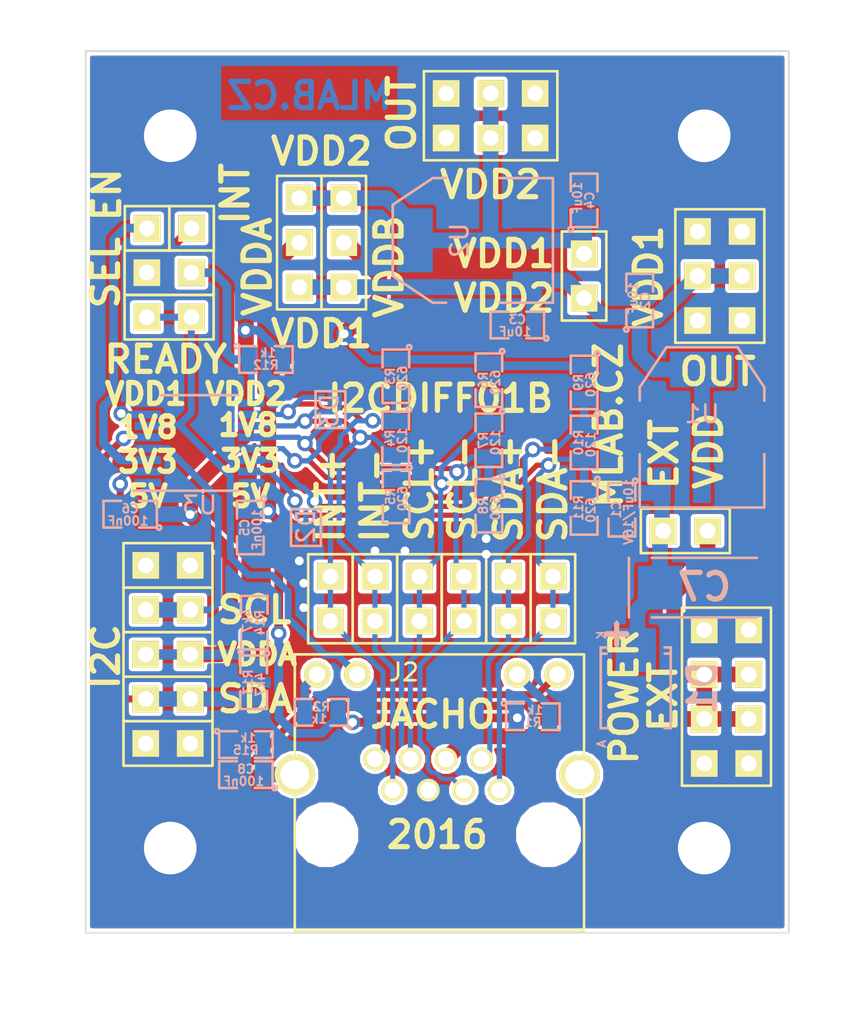
<source format=kicad_pcb>
(kicad_pcb (version 4) (host pcbnew 4.0.2+e4-6225~38~ubuntu15.10.1-stable)
  (layers (0 F.Cu signal) (31 B.Cu signal) (34 B.Paste user) (35 F.Paste user) (36 B.SilkS user) (37 F.SilkS user) (38 B.Mask user) (39 F.Mask user) (44 Edge.Cuts user))
  (net 0 "")
  (net 1 VCC)
  (net 2 GND)
  (net 3 /VDD1)
  (net 4 /VDD2)
  (net 5 /VddB)
  (net 6 /VddA)
  (net 7 "Net-(J2-Pad12)")
  (net 8 /READY)
  (net 9 "Net-(J2-Pad10)")
  (net 10 /PIDENT)
  (net 11 /INT+)
  (net 12 /INT-)
  (net 13 /SCL-)
  (net 14 /SCL+)
  (net 15 /SDA+)
  (net 16 /SDA-)
  (net 17 "Net-(J14-Pad2)")
  (net 18 SDA)
  (net 19 SCL)
  (net 20 /EN)
  (net 21 VDD)
  (net 22 "Net-(C8-Pad1)")
  (net 23 /INT)
  (module "Mlab_CON:RJHSE-5384(RJ45)" (layer F.Cu) (at 13.97 -5.842)
    (fp_text reference J2 (at 4.445 -9.271) (layer F.SilkS))
    (fp_text value RJ45_RJHSE-5384 hide)
    (pad "" np_thru_hole circle (at 0 0) (size 3.3 3.3) (drill 3.3) (layers *.Cu *.Mask F.SilkS))
    (pad "" np_thru_hole circle (at 12.7 0) (size 3.3 3.3) (drill 3.3) (layers *.Cu *.Mask F.SilkS))
    (pad 14 thru_hole circle (at 14.48 -3.43) (size 2.3 2.3) (drill 1.65) (layers *.Cu *.Mask F.SilkS))
    (pad 13 thru_hole circle (at -1.78 -3.43) (size 2.3 2.3) (drill 1.65) (layers *.Cu *.Mask F.SilkS) (net 22 "Net-(C8-Pad1)"))
    (pad 7 thru_hole circle (at 3.81 -2.54) (size 1.3 1.3) (drill 0.93) (layers *.Cu *.Mask F.SilkS) (net 12 /INT-))
    (pad 5 thru_hole circle (at 5.84 -2.54) (size 1.3 1.3) (drill 0.93) (layers *.Cu *.Mask F.SilkS) (net 2 GND))
    (pad 3 thru_hole circle (at 7.87 -2.54) (size 1.3 1.3) (drill 0.93) (layers *.Cu *.Mask F.SilkS) (net 13 /SCL-))
    (pad 1 thru_hole circle (at 9.9 -2.54) (size 1.3 1.3) (drill 0.93) (layers *.Cu *.Mask F.SilkS) (net 16 /SDA-))
    (pad 8 thru_hole circle (at 2.79 -4.32) (size 1.3 1.3) (drill 0.93) (layers *.Cu *.Mask F.SilkS) (net 11 /INT+))
    (pad 6 thru_hole circle (at 4.82 -4.32) (size 1.3 1.3) (drill 0.93) (layers *.Cu *.Mask F.SilkS) (net 14 /SCL+))
    (pad 4 thru_hole circle (at 6.85 -4.32) (size 1.3 1.3) (drill 0.93) (layers *.Cu *.Mask F.SilkS) (net 1 VCC))
    (pad 2 thru_hole circle (at 8.88 -4.32) (size 1.3 1.3) (drill 0.93) (layers *.Cu *.Mask F.SilkS) (net 15 /SDA+))
    (pad 9 thru_hole circle (at 13.21 -9.14) (size 1.5 1.5) (drill 0.93) (layers *.Cu *.Mask F.SilkS) (net 10 /PIDENT))
    (pad 10 thru_hole circle (at 10.92 -9.14) (size 1.5 1.5) (drill 0.93) (layers *.Cu *.Mask F.SilkS) (net 9 "Net-(J2-Pad10)"))
    (pad 11 thru_hole circle (at 1.78 -9.14) (size 1.5 1.5) (drill 0.93) (layers *.Cu *.Mask F.SilkS) (net 8 /READY))
    (pad 12 thru_hole circle (at -0.51 -9.14) (size 1.5 1.5) (drill 0.93) (layers *.Cu *.Mask F.SilkS) (net 7 "Net-(J2-Pad12)"))
  )
  (module Mlab_Pin_Headers:Straight_2x04 (layer F.Cu) (at 36.83 -13.716)
    (fp_text reference J1 hide)
    (fp_text value JUMP_4X2 hide)
    (pad 1 thru_hole rect (at -1.27 -3.81) (size 1.524 1.524) (drill 0.889) (layers *.Cu *.Mask F.SilkS) (net 2 GND))
    (pad 2 thru_hole rect (at 1.27 -3.81) (size 1.524 1.524) (drill 0.889) (layers *.Cu *.Mask F.SilkS) (net 2 GND))
    (pad 3 thru_hole rect (at -1.27 -1.27) (size 1.524 1.524) (drill 0.889) (layers *.Cu *.Mask F.SilkS) (net 1 VCC))
    (pad 4 thru_hole rect (at 1.27 -1.27) (size 1.524 1.524) (drill 0.889) (layers *.Cu *.Mask F.SilkS) (net 1 VCC))
    (pad 5 thru_hole rect (at -1.27 1.27) (size 1.524 1.524) (drill 0.889) (layers *.Cu *.Mask F.SilkS) (net 1 VCC))
    (pad 6 thru_hole rect (at 1.27 1.27) (size 1.524 1.524) (drill 0.889) (layers *.Cu *.Mask F.SilkS) (net 1 VCC))
    (pad 7 thru_hole rect (at -1.27 3.81) (size 1.524 1.524) (drill 0.889) (layers *.Cu *.Mask F.SilkS) (net 2 GND))
    (pad 8 thru_hole rect (at 1.27 3.81) (size 1.524 1.524) (drill 0.889) (layers *.Cu *.Mask F.SilkS) (net 2 GND))
  )
  (module MLAB_R:SMD-0805 (layer B.Cu) (at 30.861 -24.384 270)
    (fp_text reference C1 (at 0 0.3175 270) (layer B.SilkS) (effects (font (size 0.50038 0.50038) (thickness 0.10922)) (justify mirror)))
    (fp_text value 10uF/16V (at 0.127 -0.381 270) (layer B.SilkS) (effects (font (size 0.50038 0.50038) (thickness 0.10922)) (justify mirror)))
    (pad 1 smd rect (at -0.9525 0 270) (size 0.889 1.397) (layers B.Cu B.Paste B.Mask) (net 21 VDD))
    (pad 2 smd rect (at 0.9525 0 270) (size 0.889 1.397) (layers B.Cu B.Paste B.Mask) (net 2 GND))
  )
  (module MLAB_R:SMD-0805 (layer B.Cu) (at 31.877 -36.322 90)
    (fp_text reference C2 (at 0 0.3175 90) (layer B.SilkS) (effects (font (size 0.50038 0.50038) (thickness 0.10922)) (justify mirror)))
    (fp_text value 10uF (at 0.127 -0.381 90) (layer B.SilkS) (effects (font (size 0.50038 0.50038) (thickness 0.10922)) (justify mirror)))
    (pad 1 smd rect (at -0.9525 0 90) (size 0.889 1.397) (layers B.Cu B.Paste B.Mask) (net 3 /VDD1))
    (pad 2 smd rect (at 0.9525 0 90) (size 0.889 1.397) (layers B.Cu B.Paste B.Mask) (net 2 GND))
  )
  (module MLAB_R:SMD-0805 (layer B.Cu) (at 24.892 -34.925 180)
    (fp_text reference C3 (at 0 0.3175 180) (layer B.SilkS) (effects (font (size 0.50038 0.50038) (thickness 0.10922)) (justify mirror)))
    (fp_text value 10uF (at 0.127 -0.381 180) (layer B.SilkS) (effects (font (size 0.50038 0.50038) (thickness 0.10922)) (justify mirror)))
    (pad 1 smd rect (at -0.9525 0 180) (size 0.889 1.397) (layers B.Cu B.Paste B.Mask) (net 3 /VDD1))
    (pad 2 smd rect (at 0.9525 0 180) (size 0.889 1.397) (layers B.Cu B.Paste B.Mask) (net 2 GND))
  )
  (module MLAB_R:SMD-0805 (layer B.Cu) (at 28.702 -42.037 90)
    (fp_text reference C4 (at 0 0.3175 90) (layer B.SilkS) (effects (font (size 0.50038 0.50038) (thickness 0.10922)) (justify mirror)))
    (fp_text value 10uF (at 0.127 -0.381 90) (layer B.SilkS) (effects (font (size 0.50038 0.50038) (thickness 0.10922)) (justify mirror)))
    (pad 1 smd rect (at -0.9525 0 90) (size 0.889 1.397) (layers B.Cu B.Paste B.Mask) (net 4 /VDD2))
    (pad 2 smd rect (at 0.9525 0 90) (size 0.889 1.397) (layers B.Cu B.Paste B.Mask) (net 2 GND))
  )
  (module MLAB_R:SMD-0805 (layer B.Cu) (at 2.794 -24.13 180)
    (fp_text reference C6 (at 0 0.3175 180) (layer B.SilkS) (effects (font (size 0.50038 0.50038) (thickness 0.10922)) (justify mirror)))
    (fp_text value 100nF (at 0.127 -0.381 180) (layer B.SilkS) (effects (font (size 0.50038 0.50038) (thickness 0.10922)) (justify mirror)))
    (pad 1 smd rect (at -0.9525 0 180) (size 0.889 1.397) (layers B.Cu B.Paste B.Mask) (net 6 /VddA))
    (pad 2 smd rect (at 0.9525 0 180) (size 0.889 1.397) (layers B.Cu B.Paste B.Mask) (net 2 GND))
  )
  (module Mlab_Pin_Headers:Straight_2x01 (layer F.Cu) (at 14.224 -19.304 90)
    (fp_text reference J4 hide)
    (fp_text value JUMP_2x1 hide)
    (pad 1 thru_hole rect (at -1.27 0 90) (size 1.524 1.524) (drill 0.889) (layers *.Cu *.Mask F.SilkS) (net 11 /INT+))
    (pad 2 thru_hole rect (at 1.27 0 90) (size 1.524 1.524) (drill 0.889) (layers *.Cu *.Mask F.SilkS) (net 11 /INT+))
  )
  (module Mlab_Pin_Headers:Straight_2x01 (layer F.Cu) (at 16.764 -19.304 90)
    (fp_text reference J5 hide)
    (fp_text value JUMP_2x1 hide)
    (pad 1 thru_hole rect (at -1.27 0 90) (size 1.524 1.524) (drill 0.889) (layers *.Cu *.Mask F.SilkS) (net 12 /INT-))
    (pad 2 thru_hole rect (at 1.27 0 90) (size 1.524 1.524) (drill 0.889) (layers *.Cu *.Mask F.SilkS) (net 12 /INT-))
  )
  (module Mlab_Pin_Headers:Straight_2x01 (layer F.Cu) (at 19.304 -19.304 90)
    (fp_text reference J6 hide)
    (fp_text value JUMP_2x1 hide)
    (pad 1 thru_hole rect (at -1.27 0 90) (size 1.524 1.524) (drill 0.889) (layers *.Cu *.Mask F.SilkS) (net 14 /SCL+))
    (pad 2 thru_hole rect (at 1.27 0 90) (size 1.524 1.524) (drill 0.889) (layers *.Cu *.Mask F.SilkS) (net 14 /SCL+))
  )
  (module Mlab_Pin_Headers:Straight_2x01 (layer F.Cu) (at 21.844 -19.304 90)
    (fp_text reference J7 hide)
    (fp_text value JUMP_2x1 hide)
    (pad 1 thru_hole rect (at -1.27 0 90) (size 1.524 1.524) (drill 0.889) (layers *.Cu *.Mask F.SilkS) (net 13 /SCL-))
    (pad 2 thru_hole rect (at 1.27 0 90) (size 1.524 1.524) (drill 0.889) (layers *.Cu *.Mask F.SilkS) (net 13 /SCL-))
  )
  (module Mlab_Pin_Headers:Straight_2x01 (layer F.Cu) (at 24.384 -19.304 90)
    (fp_text reference J8 hide)
    (fp_text value JUMP_2x1 hide)
    (pad 1 thru_hole rect (at -1.27 0 90) (size 1.524 1.524) (drill 0.889) (layers *.Cu *.Mask F.SilkS) (net 15 /SDA+))
    (pad 2 thru_hole rect (at 1.27 0 90) (size 1.524 1.524) (drill 0.889) (layers *.Cu *.Mask F.SilkS) (net 15 /SDA+))
  )
  (module Mlab_Pin_Headers:Straight_2x01 (layer F.Cu) (at 26.924 -19.304 90)
    (fp_text reference J9 hide)
    (fp_text value JUMP_2x1 hide)
    (pad 1 thru_hole rect (at -1.27 0 90) (size 1.524 1.524) (drill 0.889) (layers *.Cu *.Mask F.SilkS) (net 16 /SDA-))
    (pad 2 thru_hole rect (at 1.27 0 90) (size 1.524 1.524) (drill 0.889) (layers *.Cu *.Mask F.SilkS) (net 16 /SDA-))
  )
  (module Mlab_Pin_Headers:Straight_2x03 (layer F.Cu) (at 36.449 -37.719)
    (fp_text reference J10 hide)
    (fp_text value JUMP_3X2 hide)
    (pad 1 thru_hole rect (at -1.27 -2.54) (size 1.524 1.524) (drill 0.889) (layers *.Cu *.Mask F.SilkS) (net 2 GND))
    (pad 2 thru_hole rect (at 1.27 -2.54) (size 1.524 1.524) (drill 0.889) (layers *.Cu *.Mask F.SilkS) (net 2 GND))
    (pad 3 thru_hole rect (at -1.27 0) (size 1.524 1.524) (drill 0.889) (layers *.Cu *.Mask F.SilkS) (net 3 /VDD1))
    (pad 4 thru_hole rect (at 1.27 0) (size 1.524 1.524) (drill 0.889) (layers *.Cu *.Mask F.SilkS) (net 3 /VDD1))
    (pad 5 thru_hole rect (at -1.27 2.54) (size 1.524 1.524) (drill 0.889) (layers *.Cu *.Mask F.SilkS) (net 2 GND))
    (pad 6 thru_hole rect (at 1.27 2.54) (size 1.524 1.524) (drill 0.889) (layers *.Cu *.Mask F.SilkS) (net 2 GND))
  )
  (module Mlab_Pin_Headers:Straight_2x01 (layer F.Cu) (at 28.702 -37.719 270)
    (fp_text reference J11 hide)
    (fp_text value JUMP2_2x1 hide)
    (pad 1 thru_hole rect (at -1.27 0 270) (size 1.524 1.524) (drill 0.889) (layers *.Cu *.Mask F.SilkS) (net 4 /VDD2))
    (pad 2 thru_hole rect (at 1.27 0 270) (size 1.524 1.524) (drill 0.889) (layers *.Cu *.Mask F.SilkS) (net 3 /VDD1))
  )
  (module Mlab_Pin_Headers:Straight_1x03 (layer F.Cu) (at 14.986 -39.624)
    (fp_text reference J12 hide)
    (fp_text value CONN_3 hide)
    (pad 3 thru_hole rect (at 0 2.54) (size 1.524 1.524) (drill 0.889) (layers *.Cu *.Mask F.SilkS) (net 3 /VDD1))
    (pad 2 thru_hole rect (at 0 0) (size 1.524 1.524) (drill 0.889) (layers *.Cu *.Mask F.SilkS) (net 5 /VddB))
    (pad 1 thru_hole rect (at 0 -2.54) (size 1.524 1.524) (drill 0.889) (layers *.Cu *.Mask F.SilkS) (net 4 /VDD2))
  )
  (module Mlab_Pin_Headers:Straight_2x03 (layer F.Cu) (at 23.368 -46.863 90)
    (fp_text reference J13 hide)
    (fp_text value JUMP_3X2 hide)
    (pad 1 thru_hole rect (at -1.27 -2.54 90) (size 1.524 1.524) (drill 0.889) (layers *.Cu *.Mask F.SilkS) (net 2 GND))
    (pad 2 thru_hole rect (at 1.27 -2.54 90) (size 1.524 1.524) (drill 0.889) (layers *.Cu *.Mask F.SilkS) (net 2 GND))
    (pad 3 thru_hole rect (at -1.27 0 90) (size 1.524 1.524) (drill 0.889) (layers *.Cu *.Mask F.SilkS) (net 4 /VDD2))
    (pad 4 thru_hole rect (at 1.27 0 90) (size 1.524 1.524) (drill 0.889) (layers *.Cu *.Mask F.SilkS) (net 4 /VDD2))
    (pad 5 thru_hole rect (at -1.27 2.54 90) (size 1.524 1.524) (drill 0.889) (layers *.Cu *.Mask F.SilkS) (net 2 GND))
    (pad 6 thru_hole rect (at 1.27 2.54 90) (size 1.524 1.524) (drill 0.889) (layers *.Cu *.Mask F.SilkS) (net 2 GND))
  )
  (module Mlab_Pin_Headers:Straight_2x01 (layer F.Cu) (at 5.0165 -37.9095)
    (fp_text reference J14 hide)
    (fp_text value JUMP2_2x1 hide)
    (pad 1 thru_hole rect (at -1.27 0) (size 1.524 1.524) (drill 0.889) (layers *.Cu *.Mask F.SilkS) (net 2 GND))
    (pad 2 thru_hole rect (at 1.27 0) (size 1.524 1.524) (drill 0.889) (layers *.Cu *.Mask F.SilkS) (net 17 "Net-(J14-Pad2)"))
  )
  (module Mlab_Pin_Headers:Straight_1x02 (layer F.Cu) (at 4.953 -21.209 90)
    (fp_text reference J19 hide)
    (fp_text value JUMP_2x1 hide)
    (pad 2 thru_hole rect (at 0 1.27 90) (size 1.524 1.524) (drill 0.889) (layers *.Cu *.Mask F.SilkS) (net 2 GND))
    (pad 1 thru_hole rect (at 0 -1.27 90) (size 1.524 1.524) (drill 0.889) (layers *.Cu *.Mask F.SilkS) (net 2 GND))
  )
  (module Mlab_Pin_Headers:Straight_1x02 (layer F.Cu) (at 4.953 -13.589 90)
    (fp_text reference J20 hide)
    (fp_text value JUMP_2x1 hide)
    (pad 2 thru_hole rect (at 0 1.27 90) (size 1.524 1.524) (drill 0.889) (layers *.Cu *.Mask F.SilkS) (net 18 SDA))
    (pad 1 thru_hole rect (at 0 -1.27 90) (size 1.524 1.524) (drill 0.889) (layers *.Cu *.Mask F.SilkS) (net 18 SDA))
  )
  (module Mlab_Pin_Headers:Straight_1x02 (layer F.Cu) (at 4.953 -16.129 90)
    (fp_text reference J21 hide)
    (fp_text value JUMP_2x1 hide)
    (pad 2 thru_hole rect (at 0 1.27 90) (size 1.524 1.524) (drill 0.889) (layers *.Cu *.Mask F.SilkS) (net 6 /VddA))
    (pad 1 thru_hole rect (at 0 -1.27 90) (size 1.524 1.524) (drill 0.889) (layers *.Cu *.Mask F.SilkS) (net 6 /VddA))
  )
  (module Mlab_Pin_Headers:Straight_1x02 (layer F.Cu) (at 4.953 -18.669 90)
    (fp_text reference J22 hide)
    (fp_text value JUMP_2x1 hide)
    (pad 2 thru_hole rect (at 0 1.27 90) (size 1.524 1.524) (drill 0.889) (layers *.Cu *.Mask F.SilkS) (net 19 SCL))
    (pad 1 thru_hole rect (at 0 -1.27 90) (size 1.524 1.524) (drill 0.889) (layers *.Cu *.Mask F.SilkS) (net 19 SCL))
  )
  (module Mlab_Pin_Headers:Straight_1x02 (layer F.Cu) (at 4.953 -11.049 90)
    (fp_text reference J23 hide)
    (fp_text value JUMP_2x1 hide)
    (pad 2 thru_hole rect (at 0 1.27 90) (size 1.524 1.524) (drill 0.889) (layers *.Cu *.Mask F.SilkS) (net 2 GND))
    (pad 1 thru_hole rect (at 0 -1.27 90) (size 1.524 1.524) (drill 0.889) (layers *.Cu *.Mask F.SilkS) (net 2 GND))
  )
  (module Mlab_Mechanical:MountingHole_3mm (layer F.Cu) (at 5.08 -45.72)
    (fp_text reference M1 hide)
    (fp_text value HOLE hide)
    (pad 1 thru_hole circle (at 0 0) (size 6 6) (drill 3) (layers *.Cu *.Adhes *.Mask) (net 2 GND) (clearance 1))
  )
  (module Mlab_Mechanical:MountingHole_3mm (layer F.Cu) (at 35.56 -5.08)
    (fp_text reference M2 hide)
    (fp_text value HOLE hide)
    (pad 1 thru_hole circle (at 0 0) (size 6 6) (drill 3) (layers *.Cu *.Adhes *.Mask) (net 2 GND) (clearance 1))
  )
  (module Mlab_Mechanical:MountingHole_3mm (layer F.Cu) (at 5.08 -5.08)
    (fp_text reference M3 hide)
    (fp_text value HOLE hide)
    (pad 1 thru_hole circle (at 0 0) (size 6 6) (drill 3) (layers *.Cu *.Adhes *.Mask) (net 2 GND) (clearance 1))
  )
  (module Mlab_Mechanical:MountingHole_3mm (layer F.Cu) (at 35.56 -45.72)
    (fp_text reference M4 hide)
    (fp_text value HOLE hide)
    (pad 1 thru_hole circle (at 0 0) (size 6 6) (drill 3) (layers *.Cu *.Adhes *.Mask) (net 2 GND) (clearance 1))
  )
  (module MLAB_R:SMD-0805 (layer B.Cu) (at 25.781 -12.573)
    (fp_text reference R1 (at 0 0.3175) (layer B.SilkS) (effects (font (size 0.50038 0.50038) (thickness 0.10922)) (justify mirror)))
    (fp_text value 1k (at 0.127 -0.381) (layer B.SilkS) (effects (font (size 0.50038 0.50038) (thickness 0.10922)) (justify mirror)))
    (pad 1 smd rect (at -0.9525 0) (size 0.889 1.397) (layers B.Cu B.Paste B.Mask) (net 5 /VddB))
    (pad 2 smd rect (at 0.9525 0) (size 0.889 1.397) (layers B.Cu B.Paste B.Mask) (net 9 "Net-(J2-Pad10)"))
  )
  (module MLAB_R:SMD-0805 (layer B.Cu) (at 13.716 -12.827 180)
    (fp_text reference R2 (at 0 0.3175 180) (layer B.SilkS) (effects (font (size 0.50038 0.50038) (thickness 0.10922)) (justify mirror)))
    (fp_text value 1k (at 0.127 -0.381 180) (layer B.SilkS) (effects (font (size 0.50038 0.50038) (thickness 0.10922)) (justify mirror)))
    (pad 1 smd rect (at -0.9525 0 180) (size 0.889 1.397) (layers B.Cu B.Paste B.Mask) (net 5 /VddB))
    (pad 2 smd rect (at 0.9525 0 180) (size 0.889 1.397) (layers B.Cu B.Paste B.Mask) (net 7 "Net-(J2-Pad12)"))
  )
  (module MLAB_R:SMD-0805 (layer B.Cu) (at 17.9578 -32.004 270)
    (fp_text reference R3 (at 0 0.3175 270) (layer B.SilkS) (effects (font (size 0.50038 0.50038) (thickness 0.10922)) (justify mirror)))
    (fp_text value 620 (at 0.127 -0.381 270) (layer B.SilkS) (effects (font (size 0.50038 0.50038) (thickness 0.10922)) (justify mirror)))
    (pad 1 smd rect (at -0.9525 0 270) (size 0.889 1.397) (layers B.Cu B.Paste B.Mask) (net 5 /VddB))
    (pad 2 smd rect (at 0.9525 0 270) (size 0.889 1.397) (layers B.Cu B.Paste B.Mask) (net 11 /INT+))
  )
  (module MLAB_R:SMD-0805 (layer B.Cu) (at 17.9451 -28.4607 270)
    (fp_text reference R4 (at 0 0.3175 270) (layer B.SilkS) (effects (font (size 0.50038 0.50038) (thickness 0.10922)) (justify mirror)))
    (fp_text value 120 (at 0.127 -0.381 270) (layer B.SilkS) (effects (font (size 0.50038 0.50038) (thickness 0.10922)) (justify mirror)))
    (pad 1 smd rect (at -0.9525 0 270) (size 0.889 1.397) (layers B.Cu B.Paste B.Mask) (net 11 /INT+))
    (pad 2 smd rect (at 0.9525 0 270) (size 0.889 1.397) (layers B.Cu B.Paste B.Mask) (net 12 /INT-))
  )
  (module MLAB_R:SMD-0805 (layer B.Cu) (at 17.9705 -25.146 270)
    (fp_text reference R5 (at 0 0.3175 270) (layer B.SilkS) (effects (font (size 0.50038 0.50038) (thickness 0.10922)) (justify mirror)))
    (fp_text value 620 (at 0.127 -0.381 270) (layer B.SilkS) (effects (font (size 0.50038 0.50038) (thickness 0.10922)) (justify mirror)))
    (pad 1 smd rect (at -0.9525 0 270) (size 0.889 1.397) (layers B.Cu B.Paste B.Mask) (net 12 /INT-))
    (pad 2 smd rect (at 0.9525 0 270) (size 0.889 1.397) (layers B.Cu B.Paste B.Mask) (net 2 GND))
  )
  (module MLAB_R:SMD-0805 (layer B.Cu) (at 23.2664 -31.7754 270)
    (fp_text reference R6 (at 0 0.3175 270) (layer B.SilkS) (effects (font (size 0.50038 0.50038) (thickness 0.10922)) (justify mirror)))
    (fp_text value 620 (at 0.127 -0.381 270) (layer B.SilkS) (effects (font (size 0.50038 0.50038) (thickness 0.10922)) (justify mirror)))
    (pad 1 smd rect (at -0.9525 0 270) (size 0.889 1.397) (layers B.Cu B.Paste B.Mask) (net 5 /VddB))
    (pad 2 smd rect (at 0.9525 0 270) (size 0.889 1.397) (layers B.Cu B.Paste B.Mask) (net 14 /SCL+))
  )
  (module MLAB_R:SMD-0805 (layer B.Cu) (at 23.2664 -28.3464 270)
    (fp_text reference R7 (at 0 0.3175 270) (layer B.SilkS) (effects (font (size 0.50038 0.50038) (thickness 0.10922)) (justify mirror)))
    (fp_text value 120 (at 0.127 -0.381 270) (layer B.SilkS) (effects (font (size 0.50038 0.50038) (thickness 0.10922)) (justify mirror)))
    (pad 1 smd rect (at -0.9525 0 270) (size 0.889 1.397) (layers B.Cu B.Paste B.Mask) (net 14 /SCL+))
    (pad 2 smd rect (at 0.9525 0 270) (size 0.889 1.397) (layers B.Cu B.Paste B.Mask) (net 13 /SCL-))
  )
  (module MLAB_R:SMD-0805 (layer B.Cu) (at 23.2664 -24.6126 270)
    (fp_text reference R8 (at 0 0.3175 270) (layer B.SilkS) (effects (font (size 0.50038 0.50038) (thickness 0.10922)) (justify mirror)))
    (fp_text value 620 (at 0.127 -0.381 270) (layer B.SilkS) (effects (font (size 0.50038 0.50038) (thickness 0.10922)) (justify mirror)))
    (pad 1 smd rect (at -0.9525 0 270) (size 0.889 1.397) (layers B.Cu B.Paste B.Mask) (net 13 /SCL-))
    (pad 2 smd rect (at 0.9525 0 270) (size 0.889 1.397) (layers B.Cu B.Paste B.Mask) (net 2 GND))
  )
  (module MLAB_R:SMD-0805 (layer B.Cu) (at 28.702 -31.6484 270)
    (fp_text reference R9 (at 0 0.3175 270) (layer B.SilkS) (effects (font (size 0.50038 0.50038) (thickness 0.10922)) (justify mirror)))
    (fp_text value 620 (at 0.127 -0.381 270) (layer B.SilkS) (effects (font (size 0.50038 0.50038) (thickness 0.10922)) (justify mirror)))
    (pad 1 smd rect (at -0.9525 0 270) (size 0.889 1.397) (layers B.Cu B.Paste B.Mask) (net 5 /VddB))
    (pad 2 smd rect (at 0.9525 0 270) (size 0.889 1.397) (layers B.Cu B.Paste B.Mask) (net 15 /SDA+))
  )
  (module MLAB_R:SMD-0805 (layer B.Cu) (at 28.702 -28.2194 270)
    (fp_text reference R10 (at 0 0.3175 270) (layer B.SilkS) (effects (font (size 0.50038 0.50038) (thickness 0.10922)) (justify mirror)))
    (fp_text value 120 (at 0.127 -0.381 270) (layer B.SilkS) (effects (font (size 0.50038 0.50038) (thickness 0.10922)) (justify mirror)))
    (pad 1 smd rect (at -0.9525 0 270) (size 0.889 1.397) (layers B.Cu B.Paste B.Mask) (net 15 /SDA+))
    (pad 2 smd rect (at 0.9525 0 270) (size 0.889 1.397) (layers B.Cu B.Paste B.Mask) (net 16 /SDA-))
  )
  (module MLAB_R:SMD-0805 (layer B.Cu) (at 28.702 -24.4856 270)
    (fp_text reference R11 (at 0 0.3175 270) (layer B.SilkS) (effects (font (size 0.50038 0.50038) (thickness 0.10922)) (justify mirror)))
    (fp_text value 620 (at 0.127 -0.381 270) (layer B.SilkS) (effects (font (size 0.50038 0.50038) (thickness 0.10922)) (justify mirror)))
    (pad 1 smd rect (at -0.9525 0 270) (size 0.889 1.397) (layers B.Cu B.Paste B.Mask) (net 16 /SDA-))
    (pad 2 smd rect (at 0.9525 0 270) (size 0.889 1.397) (layers B.Cu B.Paste B.Mask) (net 2 GND))
  )
  (module MLAB_R:SMD-0805 (layer B.Cu) (at 10.541 -32.9565)
    (fp_text reference R12 (at 0 0.3175) (layer B.SilkS) (effects (font (size 0.50038 0.50038) (thickness 0.10922)) (justify mirror)))
    (fp_text value 1k (at 0.127 -0.381) (layer B.SilkS) (effects (font (size 0.50038 0.50038) (thickness 0.10922)) (justify mirror)))
    (pad 1 smd rect (at -0.9525 0) (size 0.889 1.397) (layers B.Cu B.Paste B.Mask) (net 17 "Net-(J14-Pad2)"))
    (pad 2 smd rect (at 0.9525 0) (size 0.889 1.397) (layers B.Cu B.Paste B.Mask) (net 6 /VddA))
  )
  (module MLAB_R:SMD-0805 (layer B.Cu) (at 9.87552 -17.94002 90)
    (fp_text reference R14 (at 0 0.3175 90) (layer B.SilkS) (effects (font (size 0.50038 0.50038) (thickness 0.10922)) (justify mirror)))
    (fp_text value 4k7 (at 0.127 -0.381 90) (layer B.SilkS) (effects (font (size 0.50038 0.50038) (thickness 0.10922)) (justify mirror)))
    (pad 1 smd rect (at -0.9525 0 90) (size 0.889 1.397) (layers B.Cu B.Paste B.Mask) (net 6 /VddA))
    (pad 2 smd rect (at 0.9525 0 90) (size 0.889 1.397) (layers B.Cu B.Paste B.Mask) (net 19 SCL))
  )
  (module MLAB_IO:SOT-223 (layer B.Cu) (at 35.433 -29.083 180)
    (fp_text reference U1 (at 0 0.762 180) (layer B.SilkS) (effects (justify mirror)))
    (fp_text value "LM1117 5V" hide)
    (pad 4 smd rect (at 0 3.302 180) (size 3.6576 2.032) (layers B.Cu B.Paste B.Mask) (net 3 /VDD1))
    (pad 2 smd rect (at 0 -3.302 180) (size 1.016 2.032) (layers B.Cu B.Paste B.Mask) (net 3 /VDD1))
    (pad 3 smd rect (at 2.286 -3.302 180) (size 1.016 2.032) (layers B.Cu B.Paste B.Mask) (net 21 VDD))
    (pad 1 smd rect (at -2.286 -3.302 180) (size 1.016 2.032) (layers B.Cu B.Paste B.Mask) (net 2 GND))
  )
  (module MLAB_IO:SOT-223 (layer B.Cu) (at 22.352 -39.751 270)
    (fp_text reference U2 (at 0 0.762 270) (layer B.SilkS) (effects (justify mirror)))
    (fp_text value "LM1117 3V3")
    (pad 4 smd rect (at 0 3.302 270) (size 3.6576 2.032) (layers B.Cu B.Paste B.Mask) (net 4 /VDD2))
    (pad 2 smd rect (at 0 -3.302 270) (size 1.016 2.032) (layers B.Cu B.Paste B.Mask) (net 4 /VDD2))
    (pad 3 smd rect (at 2.286 -3.302 270) (size 1.016 2.032) (layers B.Cu B.Paste B.Mask) (net 3 /VDD1))
    (pad 1 smd rect (at -2.286 -3.302 270) (size 1.016 2.032) (layers B.Cu B.Paste B.Mask) (net 2 GND))
  )
  (module Housings_SSOP:TSSOP-16_4.4x5mm_Pitch0.65mm (layer B.Cu) (at 6.7564 -28.194)
    (fp_text reference U3 (at 0 3.55) (layer B.SilkS) (effects (justify mirror)))
    (fp_text value PCA9616)
    (pad 1 smd rect (at -2.95 2.275) (size 1.5 0.45) (layers B.Cu B.Paste B.Mask) (net 6 /VddA))
    (pad 2 smd rect (at -2.95 1.625) (size 1.5 0.45) (layers B.Cu B.Paste B.Mask) (net 18 SDA))
    (pad 3 smd rect (at -2.95 0.975) (size 1.5 0.45) (layers B.Cu B.Paste B.Mask) (net 20 /EN))
    (pad 4 smd rect (at -2.95 0.325) (size 1.5 0.45) (layers B.Cu B.Paste B.Mask) (net 19 SCL))
    (pad 5 smd rect (at -2.95 -0.325) (size 1.5 0.45) (layers B.Cu B.Paste B.Mask) (net 10 /PIDENT))
    (pad 6 smd rect (at -2.95 -0.975) (size 1.5 0.45) (layers B.Cu B.Paste B.Mask) (net 8 /READY))
    (pad 7 smd rect (at -2.95 -1.625) (size 1.5 0.45) (layers B.Cu B.Paste B.Mask) (net 23 /INT))
    (pad 8 smd rect (at -2.95 -2.275) (size 1.5 0.45) (layers B.Cu B.Paste B.Mask) (net 2 GND))
    (pad 9 smd rect (at 2.95 -2.275) (size 1.5 0.45) (layers B.Cu B.Paste B.Mask) (net 17 "Net-(J14-Pad2)"))
    (pad 10 smd rect (at 2.95 -1.625) (size 1.5 0.45) (layers B.Cu B.Paste B.Mask) (net 11 /INT+))
    (pad 11 smd rect (at 2.95 -0.975) (size 1.5 0.45) (layers B.Cu B.Paste B.Mask) (net 12 /INT-))
    (pad 12 smd rect (at 2.95 -0.325) (size 1.5 0.45) (layers B.Cu B.Paste B.Mask) (net 13 /SCL-))
    (pad 13 smd rect (at 2.95 0.325) (size 1.5 0.45) (layers B.Cu B.Paste B.Mask) (net 14 /SCL+))
    (pad 14 smd rect (at 2.95 0.975) (size 1.5 0.45) (layers B.Cu B.Paste B.Mask) (net 15 /SDA+))
    (pad 15 smd rect (at 2.95 1.625) (size 1.5 0.45) (layers B.Cu B.Paste B.Mask) (net 16 /SDA-))
    (pad 16 smd rect (at 2.95 2.275) (size 1.5 0.45) (layers B.Cu B.Paste B.Mask) (net 5 /VddB))
  )
  (module MLAB_C:TantalC_SizeC_Reflow (layer B.Cu) (at 35.56 -19.939)
    (fp_text reference C7 (at 0.0127 -0.0381) (layer B.SilkS) (effects (font (thickness 0.3048)) (justify mirror)))
    (fp_text value 47uF hide)
    (fp_text user + (at -4.99872 2.55016) (layer B.SilkS) (effects (font (thickness 0.3048)) (justify mirror)))
    (pad 2 smd rect (at 2.52476 0) (size 2.55016 2.49936) (layers B.Cu B.Paste B.Mask) (net 2 GND))
    (pad 1 smd rect (at -2.52476 0) (size 2.55016 2.49936) (layers B.Cu B.Paste B.Mask) (net 21 VDD))
  )
  (module MLAB_R:SMD-0805 (layer B.Cu) (at 9.652 -23.368 270)
    (fp_text reference C5 (at 0 0.3175 270) (layer B.SilkS) (effects (font (size 0.50038 0.50038) (thickness 0.10922)) (justify mirror)))
    (fp_text value 100nF (at 0.127 -0.381 270) (layer B.SilkS) (effects (font (size 0.50038 0.50038) (thickness 0.10922)) (justify mirror)))
    (pad 1 smd rect (at -0.9525 0 270) (size 0.889 1.397) (layers B.Cu B.Paste B.Mask) (net 5 /VddB))
    (pad 2 smd rect (at 0.9525 0 270) (size 0.889 1.397) (layers B.Cu B.Paste B.Mask) (net 2 GND))
  )
  (module MLAB_IO:SOT-553 (layer B.Cu) (at 12.827 -23.368 90)
    (fp_text reference D2 (at 0.0635 0 90) (layer B.SilkS) (effects (justify mirror)))
    (fp_text value SP1001-04XTG hide)
    (pad 1 smd rect (at -0.70104 0.50038 90) (size 0.44958 0.29972) (layers B.Cu B.Paste B.Mask))
    (pad 3 smd rect (at -0.70104 -0.50038 90) (size 0.44958 0.29972) (layers B.Cu B.Paste B.Mask))
    (pad 5 smd rect (at 0.70104 0.50038 90) (size 0.44958 0.29972) (layers B.Cu B.Paste B.Mask) (net 15 /SDA+))
    (pad 2 smd rect (at -0.70104 0 90) (size 0.44958 0.29972) (layers B.Cu B.Paste B.Mask) (net 2 GND))
    (pad 4 smd rect (at 0.70104 -0.50038 90) (size 0.44958 0.29972) (layers B.Cu B.Paste B.Mask) (net 16 /SDA-))
  )
  (module MLAB_IO:SOT-553 (layer B.Cu) (at 14.224 -30.099 270)
    (fp_text reference D3 (at 0.0635 0.0635 270) (layer B.SilkS) (effects (justify mirror)))
    (fp_text value SP1001-04XTG hide)
    (pad 1 smd rect (at -0.70104 0.50038 270) (size 0.44958 0.29972) (layers B.Cu B.Paste B.Mask) (net 11 /INT+))
    (pad 3 smd rect (at -0.70104 -0.50038 270) (size 0.44958 0.29972) (layers B.Cu B.Paste B.Mask) (net 12 /INT-))
    (pad 5 smd rect (at 0.70104 0.50038 270) (size 0.44958 0.29972) (layers B.Cu B.Paste B.Mask) (net 13 /SCL-))
    (pad 2 smd rect (at -0.70104 0 270) (size 0.44958 0.29972) (layers B.Cu B.Paste B.Mask) (net 2 GND))
    (pad 4 smd rect (at 0.70104 -0.50038 270) (size 0.44958 0.29972) (layers B.Cu B.Paste B.Mask) (net 14 /SCL+))
  )
  (module Mlab_Pin_Headers:Straight_1x03 (layer F.Cu) (at 12.446 -39.624)
    (fp_text reference J15 hide)
    (fp_text value CONN_3 hide)
    (pad 3 thru_hole rect (at 0 2.54) (size 1.524 1.524) (drill 0.889) (layers *.Cu *.Mask F.SilkS) (net 3 /VDD1))
    (pad 2 thru_hole rect (at 0 0) (size 1.524 1.524) (drill 0.889) (layers *.Cu *.Mask F.SilkS) (net 6 /VddA))
    (pad 1 thru_hole rect (at 0 -2.54) (size 1.524 1.524) (drill 0.889) (layers *.Cu *.Mask F.SilkS) (net 4 /VDD2))
  )
  (module Mlab_Pin_Headers:Straight_2x01 (layer F.Cu) (at 34.4805 -23.1775)
    (fp_text reference J17 hide)
    (fp_text value JUMP2_2x1 hide)
    (pad 1 thru_hole rect (at -1.27 0) (size 1.524 1.524) (drill 0.889) (layers *.Cu *.Mask F.SilkS) (net 21 VDD))
    (pad 2 thru_hole rect (at 1.27 0) (size 1.524 1.524) (drill 0.889) (layers *.Cu *.Mask F.SilkS) (net 1 VCC))
  )
  (module MLAB_R:SMD-0805 (layer B.Cu) (at 9.8425 -14.5415 270)
    (fp_text reference R13 (at 0 0.3175 270) (layer B.SilkS) (effects (font (size 0.50038 0.50038) (thickness 0.10922)) (justify mirror)))
    (fp_text value 4k7 (at 0.127 -0.381 270) (layer B.SilkS) (effects (font (size 0.50038 0.50038) (thickness 0.10922)) (justify mirror)))
    (pad 1 smd rect (at -0.9525 0 270) (size 0.889 1.397) (layers B.Cu B.Paste B.Mask) (net 6 /VddA))
    (pad 2 smd rect (at 0.9525 0 270) (size 0.889 1.397) (layers B.Cu B.Paste B.Mask) (net 18 SDA))
  )
  (module Mlab_Pin_Headers:Straight_1x02 (layer F.Cu) (at 5.0165 -35.3695 90)
    (fp_text reference J3 hide)
    (fp_text value JUMP_2x1 hide)
    (pad 2 thru_hole rect (at 0 1.27 90) (size 1.524 1.524) (drill 0.889) (layers *.Cu *.Mask F.SilkS) (net 8 /READY))
    (pad 1 thru_hole rect (at 0 -1.27 90) (size 1.524 1.524) (drill 0.889) (layers *.Cu *.Mask F.SilkS) (net 8 /READY))
  )
  (module Mlab_R:SMD-0805 (layer B.Cu) (at 9.398 -9.271 180)
    (fp_text reference C8 (at 0 0.3175 180) (layer B.SilkS) (effects (font (size 0.50038 0.50038) (thickness 0.10922)) (justify mirror)))
    (fp_text value 100nF (at 0.127 -0.381 180) (layer B.SilkS) (effects (font (size 0.50038 0.50038) (thickness 0.10922)) (justify mirror)))
    (pad 1 smd rect (at -0.9525 0 180) (size 0.889 1.397) (layers B.Cu B.Paste B.Mask) (net 22 "Net-(C8-Pad1)"))
    (pad 2 smd rect (at 0.9525 0 180) (size 0.889 1.397) (layers B.Cu B.Paste B.Mask) (net 2 GND))
  )
  (module Mlab_R:SMD-0805 (layer B.Cu) (at 9.398 -10.9855)
    (fp_text reference R15 (at 0 0.3175) (layer B.SilkS) (effects (font (size 0.50038 0.50038) (thickness 0.10922)) (justify mirror)))
    (fp_text value 1k (at 0.127 -0.381) (layer B.SilkS) (effects (font (size 0.50038 0.50038) (thickness 0.10922)) (justify mirror)))
    (pad 1 smd rect (at -0.9525 0) (size 0.889 1.397) (layers B.Cu B.Paste B.Mask) (net 2 GND))
    (pad 2 smd rect (at 0.9525 0) (size 0.889 1.397) (layers B.Cu B.Paste B.Mask) (net 22 "Net-(C8-Pad1)"))
  )
  (module Mlab_Pin_Headers:Straight_1x01 (layer F.Cu) (at 6.2992 -40.4368)
    (fp_text reference J18 hide)
    (fp_text value CONN1_1 hide)
    (pad 1 thru_hole rect (at 0 0) (size 1.524 1.524) (drill 0.889) (layers *.Cu *.Mask F.SilkS) (net 23 /INT))
  )
  (module Mlab_Pin_Headers:Straight_1x01 (layer F.Cu) (at 3.7592 -40.4368)
    (fp_text reference J16 hide)
    (fp_text value CONN1_1 hide)
    (pad 1 thru_hole rect (at 0 0) (size 1.524 1.524) (drill 0.889) (layers *.Cu *.Mask F.SilkS) (net 20 /EN))
  )
  (module Mlab_D:Diode-SMB_Standard (layer B.Cu) (at 31.6484 -14.224 90)
    (fp_text reference D1 (at 0 3.81 90) (layer B.SilkS) (effects (font (thickness 0.3048)) (justify mirror)))
    (fp_text value SMBJ15A-E3/52 hide)
    (fp_text user A (at -3.2004 -1.95072 90) (layer B.SilkS) (effects (font (size 0.50038 0.50038) (thickness 0.09906)) (justify mirror)))
    (fp_text user K (at 2.99974 -1.95072 90) (layer B.SilkS) (effects (font (size 0.50038 0.50038) (thickness 0.09906)) (justify mirror)))
    (pad 1 smd rect (at -2.14884 0 90) (size 2.49936 2.30124) (layers B.Cu B.Paste B.Mask) (net 2 GND))
    (pad 2 smd rect (at 2.14884 0 90) (size 2.49936 2.30124) (layers B.Cu B.Paste B.Mask) (net 21 VDD))
  )
  (gr_text INT (at 8.7884 -42.418 90) (layer F.SilkS) (effects (font (size 1.5 1.5) (thickness 0.3))))
  (gr_text SCL- (at 21.7805 -22.4155 90) (layer F.SilkS) (effects (font (size 1.5 1.5) (thickness 0.3)) (justify left)))
  (gr_text SCL+ (at 19.304 -22.4155 90) (layer F.SilkS) (effects (font (size 1.5 1.5) (thickness 0.3)) (justify left)))
  (gr_text 3V3 (at 3.81 -27.1145) (layer F.SilkS) (effects (font (size 1.2 1.2) (thickness 0.3))))
  (gr_text READY (at 4.826 -32.9565) (layer F.SilkS) (effects (font (size 1.5 1.5) (thickness 0.3))))
  (gr_text EXT (at 33.2105 -13.716 90) (layer F.SilkS) (effects (font (size 1.5 1.5) (thickness 0.3))))
  (gr_text 2016 (at 20.32 -5.842) (layer F.SilkS) (effects (font (size 1.5 1.5) (thickness 0.3))))
  (gr_text MLAB.CZ (at 13.0175 -48.006) (layer B.Cu) (effects (font (size 1.5 1.5) (thickness 0.3)) (justify mirror)))
  (gr_text JACHO (at 20.066 -12.7) (layer F.SilkS) (effects (font (size 1.5 1.5) (thickness 0.3))))
  (gr_text 5V (at 9.652 -25.146) (layer F.SilkS) (effects (font (size 1.2 1.2) (thickness 0.3))))
  (gr_text 3V3 (at 9.652 -27.178) (layer F.SilkS) (effects (font (size 1.2 1.2) (thickness 0.3))))
  (gr_text 1V8 (at 9.525 -29.21) (layer F.SilkS) (effects (font (size 1.2 1.2) (thickness 0.3))))
  (gr_text 5V (at 3.81 -25.146) (layer F.SilkS) (effects (font (size 1.2 1.2) (thickness 0.3))))
  (gr_text 1V8 (at 3.81 -29.083) (layer F.SilkS) (effects (font (size 1.2 1.2) (thickness 0.3))))
  (gr_text VDD1 (at 3.683 -30.988) (layer F.SilkS) (effects (font (size 1.2 1.2) (thickness 0.3))))
  (gr_text VDD2 (at 9.398 -30.988) (layer F.SilkS) (effects (font (size 1.2 1.2) (thickness 0.3))))
  (gr_text MLAB.CZ (at 30.099 -29.21 90) (layer F.SilkS) (effects (font (size 1.5 1.5) (thickness 0.3))))
  (gr_text I2CDIFF01B (at 20.5105 -30.734) (layer F.SilkS) (effects (font (size 1.5 1.5) (thickness 0.3))))
  (gr_text VDD2 (at 27.178 -36.449) (layer F.SilkS) (effects (font (size 1.5 1.5) (thickness 0.3)) (justify right)))
  (gr_text VDD1 (at 27.178 -38.989) (layer F.SilkS) (effects (font (size 1.5 1.5) (thickness 0.3)) (justify right)))
  (gr_text VDD (at 35.814 -25.4 90) (layer F.SilkS) (effects (font (size 1.5 1.5) (thickness 0.3)) (justify left)))
  (gr_text EXT (at 33.274 -25.4 90) (layer F.SilkS) (effects (font (size 1.5 1.5) (thickness 0.3)) (justify left)))
  (gr_text SDA (at 7.62 -13.589) (layer F.SilkS) (effects (font (size 1.5 1.5) (thickness 0.3)) (justify left)))
  (gr_text VDDA (at 7.62 -16.129) (layer F.SilkS) (effects (font (size 1.2 1.2) (thickness 0.3)) (justify left)))
  (gr_text SCL (at 7.62 -18.669) (layer F.SilkS) (effects (font (size 1.5 1.5) (thickness 0.3)) (justify left)))
  (gr_text I2C (at 1.397 -16.002 90) (layer F.SilkS) (effects (font (size 1.5 1.5) (thickness 0.3))))
  (gr_text SDA- (at 26.924 -22.352 90) (layer F.SilkS) (effects (font (size 1.5 1.5) (thickness 0.3)) (justify left)))
  (gr_text SDA+ (at 24.384 -22.352 90) (layer F.SilkS) (effects (font (size 1.5 1.5) (thickness 0.3)) (justify left)))
  (gr_text INT- (at 16.764 -22.352 90) (layer F.SilkS) (effects (font (size 1.5 1.5) (thickness 0.3)) (justify left)))
  (gr_text INT+ (at 14.224 -22.352 90) (layer F.SilkS) (effects (font (size 1.5 1.5) (thickness 0.3)) (justify left)))
  (gr_text OUT (at 36.322 -32.258) (layer F.SilkS) (effects (font (size 1.5 1.5) (thickness 0.3))))
  (gr_text OUT (at 18.288 -46.99 90) (layer F.SilkS) (effects (font (size 1.5 1.5) (thickness 0.3))))
  (gr_text POWER (at 30.988 -13.716 90) (layer F.SilkS) (effects (font (size 1.5 1.5) (thickness 0.3))))
  (gr_text VDD1 (at 32.385 -37.719 90) (layer F.SilkS) (effects (font (size 1.5 1.5) (thickness 0.3))))
  (gr_text VDD2 (at 23.368 -42.926) (layer F.SilkS) (effects (font (size 1.5 1.5) (thickness 0.3))))
  (gr_text VDDB (at 17.5768 -38.2524 90) (layer F.SilkS) (effects (font (size 1.5 1.5) (thickness 0.3))))
  (gr_text VDDA (at 10.0584 -38.2524 90) (layer F.SilkS) (effects (font (size 1.5 1.5) (thickness 0.3))))
  (gr_text VDD2 (at 13.716 -44.831) (layer F.SilkS) (effects (font (size 1.5 1.5) (thickness 0.3))))
  (gr_text VDD1 (at 13.716 -34.417) (layer F.SilkS) (effects (font (size 1.5 1.5) (thickness 0.3))))
  (gr_text SEL (at 1.397 -37.9095 90) (layer F.SilkS) (effects (font (size 1.5 1.5) (thickness 0.3))))
  (gr_text EN (at 1.4605 -42.3545 90) (layer F.SilkS) (effects (font (size 1.5 1.5) (thickness 0.3))))
  (gr_line (start 0.254 -50.546) (end 0.254 -0.254) (angle 90) (layer Edge.Cuts) (width 0.1))
  (gr_line (start 40.386 -50.546) (end 0.254 -50.546) (angle 90) (layer Edge.Cuts) (width 0.1))
  (gr_line (start 40.386 -0.254) (end 40.386 -50.546) (angle 90) (layer Edge.Cuts) (width 0.1))
  (gr_line (start 0.254 -0.254) (end 40.386 -0.254) (angle 90) (layer Edge.Cuts) (width 0.1))
  (segment (start 24.318897 -11.462001) (end 24.366399 -11.414499) (width 0.9) (layer F.Cu) (net 1))
  (segment (start 20.82 -10.162) (end 22.120001 -11.462001) (width 0.9) (layer F.Cu) (net 1))
  (segment (start 22.120001 -11.462001) (end 24.318897 -11.462001) (width 0.9) (layer F.Cu) (net 1))
  (segment (start 24.366399 -11.414499) (end 32.866499 -11.414499) (width 0.9) (layer F.Cu) (net 1))
  (segment (start 32.866499 -11.414499) (end 33.898 -12.446) (width 0.9) (layer F.Cu) (net 1))
  (segment (start 33.898 -12.446) (end 35.56 -12.446) (width 0.9) (layer F.Cu) (net 1))
  (segment (start 35.56 -12.446) (end 38.1 -12.446) (width 0.9) (layer F.Cu) (net 1))
  (segment (start 35.56 -12.446) (end 35.56 -14.986) (width 0.9) (layer F.Cu) (net 1))
  (segment (start 35.56 -14.986) (end 38.1 -14.986) (width 0.9) (layer F.Cu) (net 1))
  (segment (start 35.7505 -21.5155) (end 35.7505 -23.1775) (width 0.9) (layer F.Cu) (net 1))
  (segment (start 33.8455 -19.6105) (end 35.7505 -21.5155) (width 0.9) (layer F.Cu) (net 1))
  (segment (start 33.8455 -15.494) (end 33.8455 -19.6105) (width 0.9) (layer F.Cu) (net 1))
  (segment (start 34.3535 -14.986) (end 33.8455 -15.494) (width 0.9) (layer F.Cu) (net 1))
  (segment (start 35.56 -14.986) (end 34.3535 -14.986) (width 0.9) (layer F.Cu) (net 1))
  (segment (start 23.114 -22.733) (end 23.124301 -21.854301) (width 0.4) (layer F.Cu) (net 2))
  (segment (start 23.124301 -21.854301) (end 23.114 -21.844) (width 0.4) (layer F.Cu) (net 2))
  (via (at 23.114 -21.844) (size 0.89) (drill 0.5) (layers F.Cu B.Cu) (net 2))
  (segment (start 23.2664 -23.6601) (end 22.8854 -22.9616) (width 0.4) (layer B.Cu) (net 2))
  (segment (start 22.8854 -22.9616) (end 23.114 -22.733) (width 0.4) (layer B.Cu) (net 2))
  (via (at 23.114 -22.733) (size 0.89) (drill 0.5) (layers F.Cu B.Cu) (net 2))
  (segment (start 12.7 -18.796) (end 12.6365 -21.7551) (width 0.3) (layer F.Cu) (net 2))
  (segment (start 12.3063 -21.6027) (end 12.446 -21.463) (width 0.3) (layer B.Cu) (net 2))
  (segment (start 9.652 -22.4155) (end 12.3063 -21.6027) (width 0.3) (layer B.Cu) (net 2))
  (segment (start 12.146001 -21.163001) (end 12.446 -21.463) (width 0.3) (layer F.Cu) (net 2))
  (segment (start 12.6365 -21.7551) (end 12.146001 -21.163001) (width 0.3) (layer F.Cu) (net 2))
  (via (at 12.446 -21.463) (size 0.89) (drill 0.5) (layers F.Cu B.Cu) (net 2))
  (segment (start 12.94638 -19.94662) (end 12.7 -20.193) (width 0.3) (layer B.Cu) (net 2))
  (segment (start 12.7 -18.796) (end 12.94638 -19.94662) (width 0.3) (layer B.Cu) (net 2))
  (via (at 12.7 -20.193) (size 0.89) (drill 0.5) (layers F.Cu B.Cu) (net 2))
  (segment (start 23.2664 -23.6601) (end 23.2664 -23.4569) (width 0.3) (layer B.Cu) (net 2))
  (segment (start 23.2664 -23.4569) (end 22.686566 -21.854301) (width 0.3) (layer B.Cu) (net 2))
  (segment (start 18.4785 -22.0345) (end 16.764 -22.0345) (width 0.3) (layer F.Cu) (net 2))
  (via (at 16.764 -22.0345) (size 0.89) (drill 0.5) (layers F.Cu B.Cu) (net 2))
  (segment (start 17.9705 -24.1935) (end 17.9705 -22.5425) (width 0.3) (layer B.Cu) (net 2))
  (segment (start 17.9705 -22.5425) (end 18.4785 -22.0345) (width 0.3) (layer B.Cu) (net 2))
  (via (at 18.4785 -22.0345) (size 0.89) (drill 0.5) (layers F.Cu B.Cu) (net 2))
  (via (at 12.7 -18.796) (size 0.89) (drill 0.5) (layers F.Cu B.Cu) (net 2))
  (segment (start 31.877 -35.3695) (end 31.877 -33.2122) (width 0.9) (layer B.Cu) (net 3))
  (segment (start 31.877 -33.2122) (end 32.7042 -32.385) (width 0.9) (layer B.Cu) (net 3))
  (segment (start 32.7042 -32.385) (end 35.433 -32.385) (width 0.9) (layer B.Cu) (net 3))
  (segment (start 35.433 -25.781) (end 35.433 -32.385) (width 0.9) (layer B.Cu) (net 3))
  (segment (start 14.986 -37.084) (end 25.273 -37.084) (width 0.9) (layer B.Cu) (net 3))
  (segment (start 25.273 -37.084) (end 25.654 -37.465) (width 0.9) (layer B.Cu) (net 3))
  (segment (start 12.446 -37.084) (end 14.986 -37.084) (width 0.9) (layer B.Cu) (net 3))
  (segment (start 32.8295 -35.3695) (end 31.877 -35.3695) (width 0.9) (layer B.Cu) (net 3))
  (segment (start 35.179 -37.719) (end 32.8295 -35.3695) (width 0.9) (layer B.Cu) (net 3))
  (segment (start 29.7815 -35.3695) (end 28.702 -36.449) (width 0.9) (layer B.Cu) (net 3))
  (segment (start 31.877 -35.3695) (end 29.7815 -35.3695) (width 0.9) (layer B.Cu) (net 3))
  (segment (start 27.686 -37.465) (end 28.702 -36.449) (width 0.9) (layer B.Cu) (net 3))
  (segment (start 25.654 -37.465) (end 27.686 -37.465) (width 0.9) (layer B.Cu) (net 3))
  (segment (start 25.8445 -37.2745) (end 25.654 -37.465) (width 0.9) (layer B.Cu) (net 3))
  (segment (start 25.8445 -34.925) (end 25.8445 -37.2745) (width 0.9) (layer B.Cu) (net 3))
  (segment (start 35.179 -37.719) (end 37.719 -37.719) (width 0.9) (layer B.Cu) (net 3))
  (segment (start 25.654 -39.751) (end 23.368 -39.751) (width 0.9) (layer B.Cu) (net 4))
  (segment (start 23.368 -39.751) (end 19.05 -39.751) (width 0.9) (layer B.Cu) (net 4))
  (segment (start 23.368 -45.593) (end 23.368 -43.931) (width 0.9) (layer B.Cu) (net 4))
  (segment (start 23.368 -43.931) (end 23.368 -39.751) (width 0.9) (layer B.Cu) (net 4))
  (segment (start 19.05 -40.5765) (end 17.4625 -42.164) (width 0.9) (layer B.Cu) (net 4))
  (segment (start 17.4625 -42.164) (end 14.986 -42.164) (width 0.9) (layer B.Cu) (net 4))
  (segment (start 19.05 -39.751) (end 19.05 -40.5765) (width 0.9) (layer B.Cu) (net 4))
  (segment (start 25.654 -39.751) (end 28.687783 -39.751) (width 0.9) (layer B.Cu) (net 4))
  (segment (start 28.687783 -39.751) (end 28.702 -39.765217) (width 0.9) (layer B.Cu) (net 4))
  (segment (start 28.702 -39.765217) (end 28.702 -38.989) (width 0.9) (layer B.Cu) (net 4))
  (segment (start 28.702 -41.0845) (end 28.702 -39.765217) (width 0.9) (layer B.Cu) (net 4))
  (segment (start 23.368 -48.133) (end 23.368 -45.593) (width 0.9) (layer B.Cu) (net 4))
  (segment (start 12.446 -42.164) (end 14.986 -42.164) (width 0.9) (layer B.Cu) (net 4))
  (segment (start 24.262675 -12.5095) (end 24.892 -12.5095) (width 0.5) (layer F.Cu) (net 5))
  (segment (start 16.377325 -12.5095) (end 24.262675 -12.5095) (width 0.5) (layer F.Cu) (net 5))
  (via (at 24.892 -12.5095) (size 0.89) (drill 0.5) (layers F.Cu B.Cu) (net 5))
  (segment (start 16.123325 -12.2555) (end 16.377325 -12.5095) (width 0.5) (layer F.Cu) (net 5))
  (segment (start 15.494 -12.2555) (end 16.123325 -12.2555) (width 0.5) (layer F.Cu) (net 5))
  (segment (start 24.8285 -12.573) (end 24.892 -12.5095) (width 0.5) (layer B.Cu) (net 5))
  (segment (start 14.986 -12.2555) (end 15.069736 -12.2555) (width 0.5) (layer B.Cu) (net 5))
  (segment (start 14.6685 -12.573) (end 14.986 -12.2555) (width 0.5) (layer B.Cu) (net 5))
  (segment (start 15.069736 -12.2555) (end 15.494 -12.2555) (width 0.5) (layer B.Cu) (net 5))
  (via (at 15.494 -12.2555) (size 0.89) (drill 0.5) (layers F.Cu B.Cu) (net 5))
  (segment (start 14.6685 -12.827) (end 14.6685 -12.573) (width 0.5) (layer B.Cu) (net 5))
  (segment (start 14.588738 -34.417) (end 10.673078 -30.50134) (width 0.9) (layer F.Cu) (net 5))
  (segment (start 15.013002 -34.417) (end 14.588738 -34.417) (width 0.9) (layer F.Cu) (net 5))
  (segment (start 11.27252 -17.33296) (end 11.27252 -23.703278) (width 0.5) (layer F.Cu) (net 5))
  (segment (start 9.652 -24.3205) (end 9.66978 -24.30272) (width 0.9) (layer B.Cu) (net 5))
  (segment (start 10.248814 -24.30272) (end 10.673078 -24.30272) (width 0.9) (layer B.Cu) (net 5))
  (segment (start 10.673078 -30.50134) (end 10.673078 -24.726984) (width 0.9) (layer F.Cu) (net 5))
  (segment (start 10.973077 -24.002721) (end 10.673078 -24.30272) (width 0.5) (layer F.Cu) (net 5))
  (segment (start 10.673078 -24.726984) (end 10.673078 -24.30272) (width 0.9) (layer F.Cu) (net 5))
  (segment (start 9.66978 -24.30272) (end 10.248814 -24.30272) (width 0.9) (layer B.Cu) (net 5))
  (segment (start 11.27252 -23.703278) (end 10.973077 -24.002721) (width 0.5) (layer F.Cu) (net 5))
  (via (at 10.673078 -24.30272) (size 0.89) (drill 0.5) (layers F.Cu B.Cu) (net 5))
  (segment (start 11.27252 -16.908696) (end 11.27252 -17.33296) (width 0.5) (layer B.Cu) (net 5))
  (segment (start 11.27252 -12.524656) (end 11.27252 -16.908696) (width 0.5) (layer B.Cu) (net 5))
  (segment (start 13.724 -11.6285) (end 12.168676 -11.6285) (width 0.5) (layer B.Cu) (net 5))
  (segment (start 14.6685 -12.573) (end 13.724 -11.6285) (width 0.5) (layer B.Cu) (net 5))
  (segment (start 12.168676 -11.6285) (end 11.27252 -12.524656) (width 0.5) (layer B.Cu) (net 5))
  (via (at 11.27252 -17.33296) (size 0.89) (drill 0.5) (layers F.Cu B.Cu) (net 5))
  (segment (start 9.7064 -25.919) (end 9.7064 -24.3749) (width 0.25) (layer B.Cu) (net 5))
  (segment (start 9.7064 -24.3749) (end 9.652 -24.3205) (width 0.25) (layer B.Cu) (net 5))
  (segment (start 28.702 -32.6009) (end 23.3934 -32.6009) (width 0.5) (layer B.Cu) (net 5))
  (segment (start 23.3934 -32.6009) (end 23.2664 -32.7279) (width 0.5) (layer B.Cu) (net 5))
  (segment (start 17.9578 -32.9565) (end 23.0378 -32.9565) (width 0.5) (layer B.Cu) (net 5))
  (segment (start 23.0378 -32.9565) (end 23.2664 -32.7279) (width 0.5) (layer B.Cu) (net 5))
  (segment (start 17.9578 -32.9565) (end 16.473502 -32.9565) (width 0.5) (layer B.Cu) (net 5))
  (via (at 15.013002 -34.417) (size 0.89) (drill 0.5) (layers F.Cu B.Cu) (net 5))
  (segment (start 16.473502 -32.9565) (end 15.013002 -34.417) (width 0.5) (layer B.Cu) (net 5))
  (segment (start 17.018 -37.746002) (end 17.018 -36.421998) (width 0.9) (layer F.Cu) (net 5))
  (segment (start 17.018 -36.421998) (end 15.013002 -34.417) (width 0.9) (layer F.Cu) (net 5))
  (segment (start 14.986 -39.624) (end 15.140002 -39.624) (width 0.9) (layer F.Cu) (net 5))
  (segment (start 15.140002 -39.624) (end 17.018 -37.746002) (width 0.9) (layer F.Cu) (net 5))
  (segment (start 9.652 -24.3205) (end 9.652 -25.665) (width 0.9) (layer B.Cu) (net 5))
  (segment (start 9.652 -25.665) (end 9.680999 -25.693999) (width 0.9) (layer B.Cu) (net 5))
  (segment (start 9.680999 -25.693999) (end 9.7064 -25.693999) (width 0.9) (layer B.Cu) (net 5))
  (segment (start 8.498949 -21.823572) (end 6.512839 -23.809682) (width 0.9) (layer F.Cu) (net 6))
  (segment (start 8.498949 -16.742949) (end 8.498949 -21.823572) (width 0.9) (layer F.Cu) (net 6))
  (segment (start 7.885 -16.129) (end 8.498949 -16.742949) (width 0.9) (layer F.Cu) (net 6))
  (segment (start 6.223 -16.129) (end 7.885 -16.129) (width 0.9) (layer F.Cu) (net 6))
  (segment (start 6.192521 -24.13) (end 6.21284 -24.109681) (width 0.9) (layer B.Cu) (net 6))
  (segment (start 6.512839 -23.809682) (end 6.21284 -24.109681) (width 0.9) (layer F.Cu) (net 6))
  (segment (start 3.7465 -24.13) (end 6.192521 -24.13) (width 0.9) (layer B.Cu) (net 6))
  (via (at 6.21284 -24.109681) (size 0.89) (drill 0.5) (layers F.Cu B.Cu) (net 6))
  (segment (start 9.398 -34.63964) (end 9.398 -28.67152) (width 0.9) (layer F.Cu) (net 6))
  (segment (start 9.398 -28.67152) (end 6.21284 -25.48636) (width 0.9) (layer F.Cu) (net 6))
  (segment (start 6.21284 -25.48636) (end 6.21284 -24.15032) (width 0.9) (layer F.Cu) (net 6))
  (segment (start 9.796864 -34.625278) (end 9.3726 -34.625278) (width 0.5) (layer B.Cu) (net 6))
  (segment (start 10.078722 -34.625278) (end 9.796864 -34.625278) (width 0.5) (layer B.Cu) (net 6))
  (segment (start 11.4935 -33.2105) (end 10.078722 -34.625278) (width 0.5) (layer B.Cu) (net 6))
  (segment (start 11.4935 -32.9565) (end 11.4935 -33.2105) (width 0.5) (layer B.Cu) (net 6))
  (segment (start 9.386962 -34.63964) (end 9.3726 -34.625278) (width 0.5) (layer F.Cu) (net 6))
  (segment (start 9.398 -34.63964) (end 9.386962 -34.63964) (width 0.5) (layer F.Cu) (net 6))
  (via (at 9.3726 -34.625278) (size 0.89) (drill 0.5) (layers F.Cu B.Cu) (net 6))
  (segment (start 8.70204 -16.129) (end 9.017 -16.129) (width 0.6) (layer B.Cu) (net 6))
  (segment (start 6.223 -16.129) (end 8.70204 -16.129) (width 0.6) (layer B.Cu) (net 6))
  (segment (start 8.70204 -16.129) (end 9.2075 -16.129) (width 0.6) (layer B.Cu) (net 6))
  (segment (start 9.2075 -16.129) (end 9.8425 -15.494) (width 0.6) (layer B.Cu) (net 6))
  (segment (start 9.017 -16.129) (end 9.87552 -16.98752) (width 0.6) (layer B.Cu) (net 6))
  (segment (start 9.398 -36.730002) (end 9.398 -34.63964) (width 0.9) (layer F.Cu) (net 6))
  (segment (start 12.446 -39.624) (end 12.291998 -39.624) (width 0.9) (layer F.Cu) (net 6))
  (segment (start 12.291998 -39.624) (end 9.398 -36.730002) (width 0.9) (layer F.Cu) (net 6))
  (segment (start 3.7465 -24.13) (end 3.7465 -25.784099) (width 0.6) (layer B.Cu) (net 6))
  (segment (start 3.7465 -25.784099) (end 3.8064 -25.843999) (width 0.6) (layer B.Cu) (net 6))
  (segment (start 3.8735 -24.257) (end 3.7465 -24.13) (width 0.6) (layer B.Cu) (net 6))
  (segment (start 6.223 -16.129) (end 3.683 -16.129) (width 0.6) (layer B.Cu) (net 6))
  (segment (start 12.7635 -12.827) (end 12.7635 -14.2855) (width 0.5) (layer B.Cu) (net 7))
  (segment (start 12.7635 -14.2855) (end 13.46 -14.982) (width 0.5) (layer B.Cu) (net 7))
  (segment (start 6.2865 -35.3695) (end 3.7465 -35.3695) (width 0.4) (layer B.Cu) (net 8))
  (segment (start 5.594714 -29.223288) (end 6.2865 -29.915074) (width 0.4) (layer B.Cu) (net 8))
  (segment (start 6.2865 -29.915074) (end 6.2865 -35.3695) (width 0.4) (layer B.Cu) (net 8))
  (segment (start 13.925783 -16.088215) (end 14.643785 -16.088215) (width 0.4) (layer B.Cu) (net 8))
  (segment (start 5.594714 -29.223288) (end 8.509 -26.309002) (width 0.4) (layer B.Cu) (net 8))
  (segment (start 8.509 -26.309002) (end 8.509 -21.695498) (width 0.4) (layer B.Cu) (net 8))
  (segment (start 11.811 -18.202998) (end 13.925783 -16.088215) (width 0.4) (layer B.Cu) (net 8))
  (segment (start 4.876401 -29.193999) (end 4.90569 -29.223288) (width 0.4) (layer B.Cu) (net 8))
  (segment (start 8.509 -21.695498) (end 9.547997 -20.656501) (width 0.4) (layer B.Cu) (net 8))
  (segment (start 15.000001 -15.731999) (end 15.75 -14.982) (width 0.4) (layer B.Cu) (net 8))
  (segment (start 14.643785 -16.088215) (end 15.000001 -15.731999) (width 0.4) (layer B.Cu) (net 8))
  (segment (start 11.811 -19.706502) (end 11.811 -18.202998) (width 0.4) (layer B.Cu) (net 8))
  (segment (start 9.547997 -20.656501) (end 10.861001 -20.656501) (width 0.4) (layer B.Cu) (net 8))
  (segment (start 4.90569 -29.223288) (end 5.594714 -29.223288) (width 0.4) (layer B.Cu) (net 8))
  (segment (start 3.831399 -29.193999) (end 4.876401 -29.193999) (width 0.4) (layer B.Cu) (net 8))
  (segment (start 3.8064 -29.169) (end 3.831399 -29.193999) (width 0.4) (layer B.Cu) (net 8))
  (segment (start 10.861001 -20.656501) (end 11.811 -19.706502) (width 0.4) (layer B.Cu) (net 8))
  (segment (start 26.7335 -12.573) (end 26.7335 -13.1385) (width 0.5) (layer B.Cu) (net 9))
  (segment (start 26.7335 -13.1385) (end 24.89 -14.982) (width 0.5) (layer B.Cu) (net 9))
  (segment (start 1.380039 -26.035) (end 1.380039 -23.893999) (width 0.4) (layer F.Cu) (net 10))
  (segment (start 1.380039 -26.257721) (end 1.380039 -26.035) (width 0.4) (layer F.Cu) (net 10))
  (segment (start 1.380039 -26.035) (end 1.380039 -27.415039) (width 0.4) (layer F.Cu) (net 10))
  (segment (start 1.380039 -27.415039) (end 2.413 -28.448) (width 0.4) (layer F.Cu) (net 10))
  (segment (start 3.8064 -28.519) (end 2.484 -28.519) (width 0.3) (layer B.Cu) (net 10))
  (segment (start 2.484 -28.519) (end 2.413 -28.448) (width 0.3) (layer B.Cu) (net 10))
  (via (at 2.413 -28.448) (size 0.89) (drill 0.5) (layers F.Cu B.Cu) (net 10))
  (segment (start 1.525038 -10.96296) (end 1.525038 -23.749) (width 0.4) (layer F.Cu) (net 10))
  (segment (start 1.380039 -23.893999) (end 1.525038 -23.749) (width 0.4) (layer F.Cu) (net 10))
  (segment (start 9.398 -9.652) (end 2.835998 -9.652) (width 0.4) (layer F.Cu) (net 10))
  (segment (start 26.029999 -13.831999) (end 13.577999 -13.831999) (width 0.4) (layer F.Cu) (net 10))
  (segment (start 13.577999 -13.831999) (end 9.398 -9.652) (width 0.4) (layer F.Cu) (net 10))
  (segment (start 27.18 -14.982) (end 26.029999 -13.831999) (width 0.4) (layer F.Cu) (net 10))
  (segment (start 2.835998 -9.652) (end 1.525038 -10.96296) (width 0.4) (layer F.Cu) (net 10))
  (segment (start 16.637 -29.464) (end 16.007675 -29.464) (width 0.3) (layer F.Cu) (net 11))
  (segment (start 12.255999 -30.416999) (end 11.811 -29.972) (width 0.3) (layer F.Cu) (net 11))
  (segment (start 16.007675 -29.464) (end 15.263973 -30.207702) (width 0.3) (layer F.Cu) (net 11))
  (segment (start 15.263973 -30.207702) (end 13.716 -30.207702) (width 0.3) (layer F.Cu) (net 11))
  (segment (start 13.716 -30.207702) (end 13.506703 -30.416999) (width 0.3) (layer F.Cu) (net 11))
  (segment (start 13.506703 -30.416999) (end 12.255999 -30.416999) (width 0.3) (layer F.Cu) (net 11))
  (segment (start 16.637 -29.464) (end 15.704374 -29.464) (width 0.3) (layer B.Cu) (net 11))
  (segment (start 15.704374 -29.464) (end 14.77687 -28.536496) (width 0.3) (layer B.Cu) (net 11))
  (segment (start 14.77687 -28.536496) (end 14.77687 -28.067) (width 0.3) (layer B.Cu) (net 11))
  (segment (start 14.77687 -28.067) (end 14.224 -27.51413) (width 0.3) (layer B.Cu) (net 11))
  (segment (start 14.224 -27.51413) (end 14.224 -20.574) (width 0.3) (layer B.Cu) (net 11))
  (segment (start 17.9451 -29.4132) (end 16.6878 -29.4132) (width 0.3) (layer B.Cu) (net 11))
  (segment (start 16.6878 -29.4132) (end 16.637 -29.464) (width 0.3) (layer B.Cu) (net 11))
  (segment (start 11.811 -29.972) (end 12.63904 -30.80004) (width 0.3) (layer B.Cu) (net 11))
  (segment (start 12.63904 -30.80004) (end 13.72362 -30.80004) (width 0.3) (layer B.Cu) (net 11))
  (segment (start 9.7064 -29.819) (end 11.658 -29.819) (width 0.3) (layer B.Cu) (net 11))
  (segment (start 11.658 -29.819) (end 11.811 -29.972) (width 0.3) (layer B.Cu) (net 11))
  (segment (start 13.013917 -30.80004) (end 13.22362 -30.80004) (width 0.3) (layer B.Cu) (net 11))
  (segment (start 13.22362 -30.80004) (end 13.72362 -30.80004) (width 0.3) (layer B.Cu) (net 11))
  (via (at 16.637 -29.464) (size 0.89) (drill 0.5) (layers F.Cu B.Cu) (net 11))
  (segment (start 17.9451 -29.4132) (end 17.6911 -29.4132) (width 0.3) (layer B.Cu) (net 11))
  (via (at 11.811 -29.972) (size 0.89) (drill 0.5) (layers F.Cu B.Cu) (net 11))
  (segment (start 17.6911 -29.4132) (end 17.621654 -29.343754) (width 0.3) (layer B.Cu) (net 11))
  (segment (start 14.224 -18.034) (end 14.224 -20.574) (width 0.3) (layer B.Cu) (net 11))
  (segment (start 18.1991 -29.4132) (end 17.9451 -29.4132) (width 0.3) (layer B.Cu) (net 11))
  (segment (start 16.76 -10.162) (end 17.230001 -10.632001) (width 0.3) (layer B.Cu) (net 11))
  (segment (start 16.175999 -16.082001) (end 14.224 -18.034) (width 0.3) (layer B.Cu) (net 11))
  (segment (start 17.230001 -10.632001) (end 17.230001 -15.130001) (width 0.3) (layer B.Cu) (net 11))
  (segment (start 17.230001 -15.130001) (end 16.278001 -16.082001) (width 0.3) (layer B.Cu) (net 11))
  (segment (start 16.278001 -16.082001) (end 16.175999 -16.082001) (width 0.3) (layer B.Cu) (net 11))
  (segment (start 17.9451 -29.4132) (end 17.9451 -31.0388) (width 0.5) (layer B.Cu) (net 11))
  (segment (start 17.9451 -31.0388) (end 17.9578 -31.0515) (width 0.5) (layer B.Cu) (net 11))
  (segment (start 16.764 -20.574) (end 14.72401 -22.61399) (width 0.3) (layer B.Cu) (net 12))
  (segment (start 14.72401 -22.61399) (end 14.72401 -27.30702) (width 0.3) (layer B.Cu) (net 12))
  (segment (start 14.72401 -27.30702) (end 15.479766 -28.062776) (width 0.3) (layer B.Cu) (net 12))
  (segment (start 15.479766 -28.06279) (end 15.924765 -28.507789) (width 0.3) (layer B.Cu) (net 12))
  (segment (start 15.479766 -28.062776) (end 15.479766 -28.06279) (width 0.3) (layer B.Cu) (net 12))
  (segment (start 14.732 -29.436956) (end 12.775132 -29.436956) (width 0.3) (layer F.Cu) (net 12))
  (segment (start 15.924765 -28.507789) (end 14.995598 -29.436956) (width 0.3) (layer F.Cu) (net 12))
  (segment (start 14.995598 -29.436956) (end 14.732 -29.436956) (width 0.3) (layer F.Cu) (net 12))
  (segment (start 17.6911 -27.5082) (end 16.691511 -28.507789) (width 0.3) (layer B.Cu) (net 12))
  (segment (start 16.691511 -28.507789) (end 15.924765 -28.507789) (width 0.3) (layer B.Cu) (net 12))
  (segment (start 17.9451 -27.5082) (end 17.6911 -27.5082) (width 0.3) (layer B.Cu) (net 12))
  (segment (start 14.72438 -30.80004) (end 14.72438 -30.27525) (width 0.3) (layer B.Cu) (net 12))
  (segment (start 13.310927 -29.972751) (end 13.220131 -29.881955) (width 0.3) (layer B.Cu) (net 12))
  (segment (start 14.72438 -30.27525) (end 14.421881 -29.972751) (width 0.3) (layer B.Cu) (net 12))
  (segment (start 14.421881 -29.972751) (end 13.310927 -29.972751) (width 0.3) (layer B.Cu) (net 12))
  (segment (start 13.220131 -29.881955) (end 12.775132 -29.436956) (width 0.3) (layer B.Cu) (net 12))
  (segment (start 9.7064 -29.169) (end 12.184602 -29.169) (width 0.3) (layer B.Cu) (net 12))
  (segment (start 12.184602 -29.169) (end 12.452558 -29.436956) (width 0.3) (layer B.Cu) (net 12))
  (segment (start 12.452558 -29.436956) (end 12.775132 -29.436956) (width 0.3) (layer B.Cu) (net 12))
  (via (at 15.924765 -28.507789) (size 0.89) (drill 0.5) (layers F.Cu B.Cu) (net 12))
  (via (at 12.775132 -29.436956) (size 0.89) (drill 0.5) (layers F.Cu B.Cu) (net 12))
  (segment (start 17.9705 -26.0985) (end 17.9705 -27.4828) (width 0.5) (layer B.Cu) (net 12))
  (segment (start 17.6911 -27.5082) (end 17.602198 -27.5082) (width 0.3) (layer B.Cu) (net 12))
  (segment (start 16.764 -20.574) (end 16.108401 -21.229599) (width 0.3) (layer B.Cu) (net 12))
  (segment (start 16.764 -18.034) (end 16.764 -20.574) (width 0.3) (layer B.Cu) (net 12))
  (segment (start 18.1991 -27.5082) (end 17.9451 -27.5082) (width 0.3) (layer B.Cu) (net 12))
  (segment (start 17.9705 -27.4828) (end 17.9451 -27.5082) (width 0.5) (layer B.Cu) (net 12))
  (segment (start 17.78 -15.357806) (end 16.764 -16.373806) (width 0.3) (layer B.Cu) (net 12))
  (segment (start 16.764 -16.373806) (end 16.764 -18.034) (width 0.3) (layer B.Cu) (net 12))
  (segment (start 17.78 -8.382) (end 17.78 -15.357806) (width 0.3) (layer B.Cu) (net 12))
  (segment (start 17.9578 -27.4955) (end 17.9451 -27.5082) (width 0.5) (layer B.Cu) (net 12))
  (segment (start 21.443851 -26.542524) (end 21.252875 -26.7335) (width 0.3) (layer F.Cu) (net 13))
  (segment (start 21.252875 -26.7335) (end 14.197574 -26.7335) (width 0.3) (layer F.Cu) (net 13))
  (segment (start 14.197574 -26.7335) (end 12.770702 -28.160372) (width 0.3) (layer F.Cu) (net 13))
  (segment (start 9.7064 -28.519) (end 12.412074 -28.519) (width 0.3) (layer B.Cu) (net 13))
  (segment (start 12.412074 -28.519) (end 12.770702 -28.160372) (width 0.3) (layer B.Cu) (net 13))
  (segment (start 13.72362 -29.39796) (end 13.72362 -29.113304) (width 0.3) (layer B.Cu) (net 13))
  (segment (start 13.72362 -29.113304) (end 12.770702 -28.160386) (width 0.3) (layer B.Cu) (net 13))
  (segment (start 12.770702 -28.160386) (end 12.770702 -28.160372) (width 0.3) (layer B.Cu) (net 13))
  (segment (start 21.844 -20.574) (end 21.3995 -21.0185) (width 0.3) (layer B.Cu) (net 13))
  (segment (start 21.3995 -21.0185) (end 21.3995 -26.498173) (width 0.3) (layer B.Cu) (net 13))
  (segment (start 21.3995 -26.498173) (end 21.443851 -26.542524) (width 0.3) (layer B.Cu) (net 13))
  (segment (start 23.2664 -27.3939) (end 22.2504 -27.3939) (width 0.3) (layer B.Cu) (net 13))
  (segment (start 22.2504 -27.3939) (end 21.399024 -26.542524) (width 0.3) (layer B.Cu) (net 13))
  (segment (start 21.399024 -26.542524) (end 21.443851 -26.542524) (width 0.3) (layer B.Cu) (net 13))
  (via (at 21.443851 -26.542524) (size 0.89) (drill 0.5) (layers F.Cu B.Cu) (net 13))
  (via (at 12.770702 -28.160372) (size 0.89) (drill 0.5) (layers F.Cu B.Cu) (net 13))
  (segment (start 23.2664 -27.3939) (end 22.9616 -27.3939) (width 0.3) (layer B.Cu) (net 13))
  (segment (start 23.2664 -25.5651) (end 23.2664 -27.3939) (width 0.5) (layer B.Cu) (net 13))
  (segment (start 19.790001 -10.642001) (end 19.790001 -9.618119) (width 0.25) (layer B.Cu) (net 13))
  (segment (start 19.790001 -9.618119) (end 20.033581 -9.374539) (width 0.25) (layer B.Cu) (net 13))
  (segment (start 20.033581 -9.374539) (end 20.236781 -9.374539) (width 0.25) (layer B.Cu) (net 13))
  (segment (start 21.84 -8.382) (end 21.190001 -9.031999) (width 0.25) (layer B.Cu) (net 13))
  (segment (start 21.190001 -9.031999) (end 20.579321 -9.031999) (width 0.25) (layer B.Cu) (net 13))
  (segment (start 20.579321 -9.031999) (end 20.236781 -9.374539) (width 0.25) (layer B.Cu) (net 13))
  (segment (start 19.339999 -11.092003) (end 19.790001 -10.642001) (width 0.3) (layer B.Cu) (net 13))
  (segment (start 19.339999 -15.529999) (end 19.339999 -11.092003) (width 0.3) (layer B.Cu) (net 13))
  (segment (start 21.844 -18.034) (end 21.844 -20.574) (width 0.3) (layer B.Cu) (net 13))
  (segment (start 19.339999 -15.529999) (end 19.692908 -15.882908) (width 0.3) (layer B.Cu) (net 13))
  (segment (start 19.692908 -15.882908) (end 21.844 -18.034) (width 0.3) (layer B.Cu) (net 13))
  (segment (start 11.520582 -27.869) (end 11.520582 -27.849418) (width 0.3) (layer B.Cu) (net 14))
  (segment (start 11.520582 -27.849418) (end 12.192 -27.178) (width 0.3) (layer B.Cu) (net 14))
  (segment (start 14.72438 -29.39796) (end 14.474 -29.39796) (width 0.3) (layer B.Cu) (net 14))
  (segment (start 14.474 -29.39796) (end 14.474 -29.156564) (width 0.3) (layer B.Cu) (net 14))
  (segment (start 14.474 -29.156564) (end 13.565703 -28.248267) (width 0.3) (layer B.Cu) (net 14))
  (segment (start 13.565703 -28.248267) (end 13.565703 -27.778771) (width 0.3) (layer B.Cu) (net 14))
  (segment (start 13.565703 -27.778771) (end 12.964932 -27.178) (width 0.3) (layer B.Cu) (net 14))
  (segment (start 12.964932 -27.178) (end 12.192 -27.178) (width 0.3) (layer B.Cu) (net 14))
  (via (at 12.192 -27.178) (size 0.89) (drill 0.5) (layers F.Cu B.Cu) (net 14))
  (segment (start 20.569627 -25.875237) (end 20.219364 -26.2255) (width 0.3) (layer F.Cu) (net 14))
  (segment (start 12.821325 -27.178) (end 12.192 -27.178) (width 0.3) (layer F.Cu) (net 14))
  (segment (start 20.219364 -26.2255) (end 13.97 -26.2255) (width 0.3) (layer F.Cu) (net 14))
  (segment (start 13.97 -26.2255) (end 13.023175 -27.172325) (width 0.3) (layer F.Cu) (net 14))
  (segment (start 13.023175 -27.172325) (end 12.827 -27.172325) (width 0.3) (layer F.Cu) (net 14))
  (segment (start 12.827 -27.172325) (end 12.821325 -27.178) (width 0.3) (layer F.Cu) (net 14))
  (segment (start 9.7064 -27.869) (end 11.520582 -27.869) (width 0.3) (layer B.Cu) (net 14))
  (segment (start 19.304 -20.574) (end 20.5105 -21.7805) (width 0.3) (layer B.Cu) (net 14))
  (segment (start 20.5105 -21.7805) (end 20.5105 -25.81611) (width 0.3) (layer B.Cu) (net 14))
  (segment (start 20.5105 -25.81611) (end 20.569627 -25.875237) (width 0.3) (layer B.Cu) (net 14))
  (segment (start 20.569627 -25.875237) (end 20.569627 -26.240127) (width 0.3) (layer B.Cu) (net 14))
  (segment (start 20.569627 -26.240127) (end 20.545372 -26.264382) (width 0.3) (layer B.Cu) (net 14))
  (segment (start 20.545372 -26.264382) (end 20.545372 -26.768372) (width 0.3) (layer B.Cu) (net 14))
  (segment (start 20.545372 -26.768372) (end 22.733 -28.956) (width 0.3) (layer B.Cu) (net 14))
  (segment (start 22.733 -28.956) (end 23.2664 -28.956) (width 0.3) (layer B.Cu) (net 14))
  (segment (start 23.2664 -28.956) (end 23.2664 -29.2989) (width 0.3) (layer B.Cu) (net 14))
  (via (at 20.569627 -25.875237) (size 0.89) (drill 0.5) (layers F.Cu B.Cu) (net 14))
  (segment (start 23.2664 -29.2989) (end 23.0124 -29.2989) (width 0.3) (layer B.Cu) (net 14))
  (segment (start 19.304 -18.034) (end 19.304 -20.574) (width 0.3) (layer B.Cu) (net 14))
  (segment (start 18.79 -15.757817) (end 19.304 -16.271817) (width 0.3) (layer B.Cu) (net 14))
  (segment (start 18.79 -10.162) (end 18.79 -15.757817) (width 0.3) (layer B.Cu) (net 14))
  (segment (start 19.304 -16.271817) (end 19.304 -18.034) (width 0.3) (layer B.Cu) (net 14))
  (segment (start 9.7064 -27.869) (end 9.781399 -27.943999) (width 0.3) (layer B.Cu) (net 14))
  (segment (start 23.2664 -29.2989) (end 23.2664 -30.8229) (width 0.5) (layer B.Cu) (net 14))
  (segment (start 13.3223 -24.8666) (end 13.6144 -24.5745) (width 0.3) (layer F.Cu) (net 15))
  (segment (start 13.6144 -24.5745) (end 22.950933 -24.5745) (width 0.3) (layer F.Cu) (net 15))
  (segment (start 22.950933 -24.5745) (end 25.17344 -26.797007) (width 0.3) (layer F.Cu) (net 15))
  (segment (start 25.17344 -26.797007) (end 25.17344 -27.214186) (width 0.3) (layer F.Cu) (net 15))
  (segment (start 25.17344 -27.214186) (end 25.776627 -27.817373) (width 0.3) (layer F.Cu) (net 15))
  (segment (start 25.527 -22.86) (end 25.527 -25.654) (width 0.3) (layer B.Cu) (net 15))
  (segment (start 25.527 -25.654) (end 25.331628 -25.849372) (width 0.3) (layer B.Cu) (net 15))
  (segment (start 25.331628 -25.849372) (end 25.331628 -27.372374) (width 0.3) (layer B.Cu) (net 15))
  (segment (start 25.331628 -27.372374) (end 25.776627 -27.817373) (width 0.3) (layer B.Cu) (net 15))
  (segment (start 25.776627 -27.817373) (end 26.141517 -27.817373) (width 0.3) (layer B.Cu) (net 15))
  (segment (start 26.141517 -27.817373) (end 26.165772 -27.841628) (width 0.3) (layer B.Cu) (net 15))
  (segment (start 26.165772 -27.841628) (end 27.117728 -27.841628) (width 0.3) (layer B.Cu) (net 15))
  (segment (start 27.117728 -27.841628) (end 28.448 -29.1719) (width 0.3) (layer B.Cu) (net 15))
  (segment (start 28.448 -29.1719) (end 28.702 -29.1719) (width 0.3) (layer B.Cu) (net 15))
  (segment (start 13.3223 -24.8666) (end 13.3223 -25.042442) (width 0.3) (layer B.Cu) (net 15))
  (segment (start 13.3223 -25.042442) (end 12.703141 -25.661601) (width 0.3) (layer B.Cu) (net 15))
  (segment (start 12.703141 -25.661601) (end 12.527313 -25.661601) (width 0.3) (layer B.Cu) (net 15))
  (segment (start 13.32738 -24.06904) (end 13.32738 -24.86152) (width 0.3) (layer B.Cu) (net 15))
  (segment (start 13.32738 -24.86152) (end 13.3223 -24.8666) (width 0.3) (layer B.Cu) (net 15))
  (segment (start 9.7064 -27.219) (end 10.969914 -27.219) (width 0.3) (layer B.Cu) (net 15))
  (segment (start 10.969914 -27.219) (end 12.527313 -25.661601) (width 0.3) (layer B.Cu) (net 15))
  (segment (start 24.384 -20.574) (end 24.384 -21.717) (width 0.3) (layer B.Cu) (net 15))
  (segment (start 24.384 -21.717) (end 25.527 -22.86) (width 0.3) (layer B.Cu) (net 15))
  (via (at 25.776627 -27.817373) (size 0.89) (drill 0.5) (layers F.Cu B.Cu) (net 15))
  (via (at 13.3223 -24.8666) (size 0.89) (drill 0.5) (layers F.Cu B.Cu) (net 15))
  (segment (start 24.384 -18.034) (end 24.384 -16.898908) (width 0.3) (layer B.Cu) (net 15))
  (segment (start 23.320001 -15.834909) (end 23.320001 -15.817807) (width 0.3) (layer B.Cu) (net 15))
  (segment (start 24.384 -16.898908) (end 23.320001 -15.834909) (width 0.3) (layer B.Cu) (net 15))
  (segment (start 23.240009 -14.226185) (end 23.320001 -14.146193) (width 0.3) (layer B.Cu) (net 15))
  (segment (start 23.320001 -10.632001) (end 22.85 -10.162) (width 0.3) (layer B.Cu) (net 15))
  (segment (start 23.320001 -15.817807) (end 23.240008 -15.737814) (width 0.3) (layer B.Cu) (net 15))
  (segment (start 23.240008 -15.737814) (end 23.240009 -14.226185) (width 0.3) (layer B.Cu) (net 15))
  (segment (start 23.320001 -14.146193) (end 23.320001 -10.632001) (width 0.3) (layer B.Cu) (net 15))
  (segment (start 24.384 -20.574) (end 24.384 -20.6375) (width 0.3) (layer B.Cu) (net 15))
  (segment (start 28.4734 -29.1719) (end 28.702 -29.1719) (width 0.3) (layer B.Cu) (net 15))
  (segment (start 24.384 -18.034) (end 24.384 -20.574) (width 0.3) (layer B.Cu) (net 15))
  (segment (start 22.85238 -10.15962) (end 22.85 -10.162) (width 0.3) (layer B.Cu) (net 15))
  (segment (start 28.702 -29.1719) (end 28.702 -30.6959) (width 0.5) (layer B.Cu) (net 15))
  (segment (start 9.7064 -26.569) (end 10.7564 -26.569) (width 0.3) (layer B.Cu) (net 16))
  (segment (start 10.7564 -26.569) (end 12.192 -25.1334) (width 0.3) (layer B.Cu) (net 16))
  (segment (start 12.192 -25.1334) (end 12.192 -24.892) (width 0.3) (layer B.Cu) (net 16))
  (segment (start 26.67 -26.924) (end 26.007567 -26.924) (width 0.3) (layer F.Cu) (net 16))
  (segment (start 26.007567 -26.924) (end 23.155166 -24.071599) (width 0.3) (layer F.Cu) (net 16))
  (segment (start 23.155166 -24.071599) (end 12.383076 -24.071599) (width 0.3) (layer F.Cu) (net 16))
  (segment (start 12.383076 -24.071599) (end 12.192 -24.262675) (width 0.3) (layer F.Cu) (net 16))
  (segment (start 12.192 -24.262675) (end 12.192 -24.892) (width 0.3) (layer F.Cu) (net 16))
  (segment (start 26.924 -20.574) (end 26.0985 -21.3995) (width 0.3) (layer B.Cu) (net 16))
  (segment (start 26.0985 -21.3995) (end 26.0985 -26.3525) (width 0.3) (layer B.Cu) (net 16))
  (segment (start 26.0985 -26.3525) (end 26.67 -26.924) (width 0.3) (layer B.Cu) (net 16))
  (segment (start 28.702 -27.2669) (end 27.0129 -27.2669) (width 0.3) (layer B.Cu) (net 16))
  (segment (start 27.0129 -27.2669) (end 26.67 -26.924) (width 0.3) (layer B.Cu) (net 16))
  (segment (start 12.32662 -24.06904) (end 12.19708 -24.88692) (width 0.3) (layer B.Cu) (net 16))
  (segment (start 12.19708 -24.88692) (end 12.192 -24.892) (width 0.3) (layer B.Cu) (net 16))
  (via (at 26.67 -26.924) (size 0.89) (drill 0.5) (layers F.Cu B.Cu) (net 16))
  (via (at 12.192 -24.892) (size 0.89) (drill 0.5) (layers F.Cu B.Cu) (net 16))
  (segment (start 26.924 -18.034) (end 25.811999 -16.921999) (width 0.3) (layer B.Cu) (net 16))
  (segment (start 23.789999 -14.453999) (end 23.87 -14.373998) (width 0.3) (layer B.Cu) (net 16))
  (segment (start 25.811999 -16.921999) (end 25.184907 -16.921999) (width 0.3) (layer B.Cu) (net 16))
  (segment (start 25.184907 -16.921999) (end 23.87 -15.607092) (width 0.3) (layer B.Cu) (net 16))
  (segment (start 23.87 -15.607092) (end 23.87 -15.590002) (width 0.3) (layer B.Cu) (net 16))
  (segment (start 23.87 -15.590002) (end 23.789999 -15.510001) (width 0.3) (layer B.Cu) (net 16))
  (segment (start 23.789999 -15.510001) (end 23.789999 -14.453999) (width 0.3) (layer B.Cu) (net 16))
  (segment (start 23.87 -14.373998) (end 23.87 -10.632) (width 0.3) (layer B.Cu) (net 16))
  (segment (start 23.87 -10.632) (end 23.87 -8.382) (width 0.3) (layer B.Cu) (net 16))
  (segment (start 26.924 -20.574) (end 26.924 -20.6375) (width 0.3) (layer B.Cu) (net 16))
  (segment (start 28.4861 -27.2669) (end 28.702 -27.2669) (width 0.3) (layer B.Cu) (net 16))
  (segment (start 26.924 -18.034) (end 26.924 -20.574) (width 0.3) (layer B.Cu) (net 16))
  (segment (start 28.702 -25.4381) (end 28.702 -27.2669) (width 0.5) (layer B.Cu) (net 16))
  (segment (start 8.3185 -33.274) (end 8.3185 -37.1395) (width 0.5) (layer B.Cu) (net 17))
  (segment (start 8.3185 -37.1395) (end 7.5485 -37.9095) (width 0.5) (layer B.Cu) (net 17))
  (segment (start 7.5485 -37.9095) (end 6.2865 -37.9095) (width 0.5) (layer B.Cu) (net 17))
  (segment (start 8.3265 -33.274) (end 8.3185 -33.274) (width 0.5) (layer B.Cu) (net 17))
  (segment (start 9.5885 -32.9565) (end 8.644 -32.9565) (width 0.5) (layer B.Cu) (net 17))
  (segment (start 8.644 -32.9565) (end 8.3265 -33.274) (width 0.5) (layer B.Cu) (net 17))
  (segment (start 9.7064 -30.469) (end 9.7064 -32.8386) (width 0.4) (layer B.Cu) (net 17))
  (segment (start 9.7064 -32.8386) (end 9.5885 -32.9565) (width 0.4) (layer B.Cu) (net 17))
  (segment (start 2.22504 -26.13764) (end 2.22504 -25.85212) (width 0.4) (layer B.Cu) (net 18))
  (segment (start 2.22504 -25.427856) (end 2.22504 -25.85212) (width 0.4) (layer F.Cu) (net 18))
  (segment (start 2.6564 -26.569) (end 2.22504 -26.13764) (width 0.4) (layer B.Cu) (net 18))
  (segment (start 3.8064 -26.569) (end 2.6564 -26.569) (width 0.4) (layer B.Cu) (net 18))
  (segment (start 2.22504 -13.88496) (end 2.22504 -25.427856) (width 0.4) (layer F.Cu) (net 18))
  (segment (start 2.521 -13.589) (end 2.22504 -13.88496) (width 0.4) (layer F.Cu) (net 18))
  (segment (start 3.683 -13.589) (end 2.521 -13.589) (width 0.4) (layer F.Cu) (net 18))
  (via (at 2.22504 -25.85212) (size 0.89) (drill 0.5) (layers F.Cu B.Cu) (net 18))
  (segment (start 9.8425 -13.589) (end 6.223 -13.589) (width 0.9) (layer B.Cu) (net 18))
  (segment (start 6.223 -13.589) (end 3.683 -13.589) (width 0.9) (layer B.Cu) (net 18))
  (segment (start 7.81469 -19.09869) (end 7.8105 -19.0945) (width 0.4) (layer B.Cu) (net 19))
  (segment (start 7.81469 -25.01071) (end 7.81469 -19.09869) (width 0.4) (layer B.Cu) (net 19))
  (segment (start 4.9564 -27.869) (end 7.81469 -25.01071) (width 0.4) (layer B.Cu) (net 19))
  (segment (start 3.8064 -27.869) (end 4.9564 -27.869) (width 0.4) (layer B.Cu) (net 19))
  (segment (start 9.87552 -18.89252) (end 8.77702 -18.89252) (width 0.4) (layer B.Cu) (net 19))
  (segment (start 8.77702 -18.89252) (end 8.57504 -19.0945) (width 0.4) (layer B.Cu) (net 19))
  (segment (start 8.57504 -19.0945) (end 7.8105 -19.0945) (width 0.4) (layer B.Cu) (net 19))
  (segment (start 6.223 -18.669) (end 7.385 -18.669) (width 0.4) (layer B.Cu) (net 19))
  (segment (start 7.385 -18.669) (end 7.8105 -19.0945) (width 0.4) (layer B.Cu) (net 19))
  (segment (start 6.223 -18.669) (end 3.683 -18.669) (width 0.9) (layer B.Cu) (net 19))
  (segment (start 2.230406 -27.219) (end 1.27 -28.179406) (width 0.5) (layer B.Cu) (net 20))
  (segment (start 1.850959 -39.815959) (end 1.850959 -30.861) (width 0.5) (layer B.Cu) (net 20))
  (segment (start 1.27 -28.179406) (end 1.27 -30.280041) (width 0.5) (layer B.Cu) (net 20))
  (segment (start 1.27 -30.280041) (end 1.850959 -30.861) (width 0.5) (layer B.Cu) (net 20))
  (segment (start 2.304406 -27.219) (end 2.230406 -27.219) (width 0.5) (layer B.Cu) (net 20))
  (segment (start 3.8064 -27.219) (end 2.304406 -27.219) (width 0.4) (layer B.Cu) (net 20))
  (segment (start 2.304406 -27.219) (end 1.27 -28.253406) (width 0.4) (layer B.Cu) (net 20))
  (segment (start 3.7465 -40.4495) (end 2.4845 -40.4495) (width 0.5) (layer B.Cu) (net 20))
  (segment (start 2.4845 -40.4495) (end 1.850959 -39.815959) (width 0.5) (layer B.Cu) (net 20))
  (segment (start 2.367965 -27.21901) (end 2.671388 -27.21901) (width 0.5) (layer B.Cu) (net 20))
  (segment (start 3.8064 -27.219) (end 2.671398 -27.219) (width 0.4) (layer B.Cu) (net 20))
  (segment (start 2.671398 -27.219) (end 2.671388 -27.21901) (width 0.4) (layer B.Cu) (net 20))
  (segment (start 31.75 -16.54556) (end 31.75 -18.65376) (width 0.9) (layer B.Cu) (net 21))
  (segment (start 31.75 -18.65376) (end 33.03524 -19.939) (width 0.9) (layer B.Cu) (net 21))
  (segment (start 32.7025 -25.3365) (end 33.147 -25.781) (width 0.9) (layer B.Cu) (net 21))
  (segment (start 30.861 -25.3365) (end 32.7025 -25.3365) (width 0.9) (layer B.Cu) (net 21))
  (segment (start 33.03524 -23.00224) (end 33.2105 -23.1775) (width 0.9) (layer B.Cu) (net 21))
  (segment (start 33.03524 -19.939) (end 33.03524 -23.00224) (width 0.9) (layer B.Cu) (net 21))
  (segment (start 33.147 -23.241) (end 33.2105 -23.1775) (width 0.9) (layer B.Cu) (net 21))
  (segment (start 33.147 -25.781) (end 33.147 -23.241) (width 0.9) (layer B.Cu) (net 21))
  (segment (start 10.3505 -9.271) (end 12.189 -9.271) (width 0.9) (layer B.Cu) (net 22))
  (segment (start 12.189 -9.271) (end 12.19 -9.272) (width 0.9) (layer B.Cu) (net 22))
  (segment (start 10.3505 -10.9855) (end 10.3505 -9.271) (width 0.9) (layer B.Cu) (net 22))
  (segment (start 6.2992 -40.4368) (end 6.2484 -40.4368) (width 0.5) (layer F.Cu) (net 23))
  (segment (start 2.1844 -38.772) (end 2.1844 -30.601325) (width 0.5) (layer F.Cu) (net 23))
  (segment (start 6.2484 -40.4368) (end 4.9784 -39.1668) (width 0.5) (layer F.Cu) (net 23))
  (segment (start 4.9784 -39.1668) (end 2.5792 -39.1668) (width 0.5) (layer F.Cu) (net 23))
  (segment (start 2.5792 -39.1668) (end 2.1844 -38.772) (width 0.5) (layer F.Cu) (net 23))
  (segment (start 2.1844 -30.601325) (end 2.286 -30.499725) (width 0.5) (layer F.Cu) (net 23))
  (segment (start 2.286 -30.499725) (end 2.286 -29.8704) (width 0.5) (layer F.Cu) (net 23))
  (segment (start 3.8064 -29.819) (end 2.3374 -29.819) (width 0.4) (layer B.Cu) (net 23))
  (segment (start 2.3374 -29.819) (end 2.286 -29.8704) (width 0.4) (layer B.Cu) (net 23))
  (via (at 2.286 -29.8704) (size 0.89) (drill 0.5) (layers F.Cu B.Cu) (net 23))
  (zone (net 2) (net_name GND) (layer B.Cu) (connect_pads yes (clearance 0.2)) (min_thickness 0.254) (fill yes (arc_segments 16) (thermal_gap 0.508) (thermal_bridge_width 0.508))
    (polygon (pts (xy 41.91 -51.7525) (xy 41.529 0.8255) (xy -2.7305 2.794) (xy -1.4605 -51.6255)))
  )
  (zone (net 2) (net_name GND) (layer F.Cu) (connect_pads yes (clearance 0.2)) (min_thickness 0.254) (fill yes (arc_segments 16) (thermal_gap 0.508) (thermal_bridge_width 0.508))
    (polygon (pts (xy -3.2385 -53.467) (xy 44.577 -53.213) (xy 43.18 3.2385) (xy -4.6355 4.953)))
  )
)
</source>
